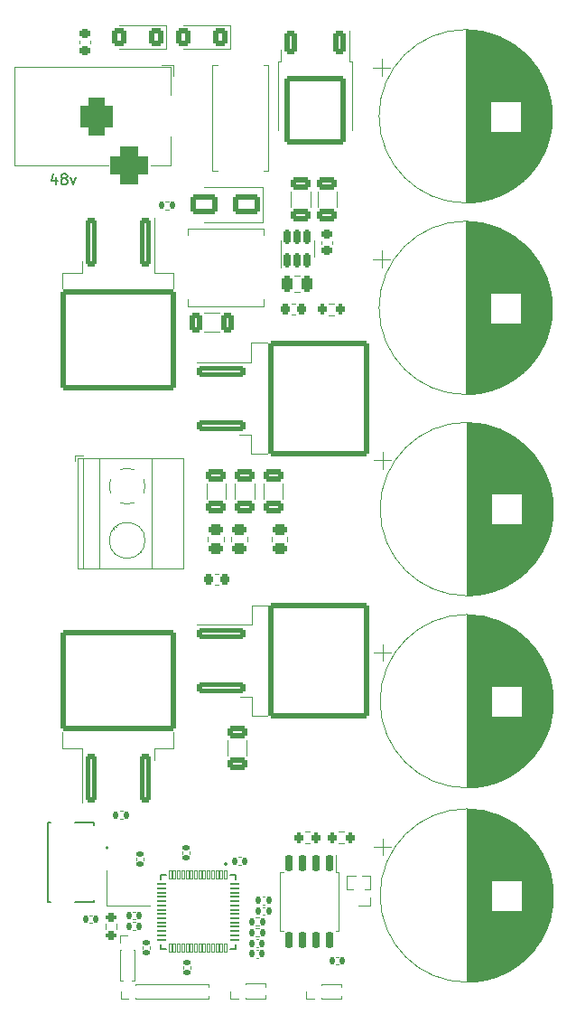
<source format=gto>
G04 #@! TF.GenerationSoftware,KiCad,Pcbnew,8.0.5*
G04 #@! TF.CreationDate,2024-12-11T09:51:45-08:00*
G04 #@! TF.ProjectId,OpenPEMF_Final,4f70656e-5045-44d4-965f-46696e616c2e,rev?*
G04 #@! TF.SameCoordinates,Original*
G04 #@! TF.FileFunction,Legend,Top*
G04 #@! TF.FilePolarity,Positive*
%FSLAX46Y46*%
G04 Gerber Fmt 4.6, Leading zero omitted, Abs format (unit mm)*
G04 Created by KiCad (PCBNEW 8.0.5) date 2024-12-11 09:51:45*
%MOMM*%
%LPD*%
G01*
G04 APERTURE LIST*
G04 Aperture macros list*
%AMRoundRect*
0 Rectangle with rounded corners*
0 $1 Rounding radius*
0 $2 $3 $4 $5 $6 $7 $8 $9 X,Y pos of 4 corners*
0 Add a 4 corners polygon primitive as box body*
4,1,4,$2,$3,$4,$5,$6,$7,$8,$9,$2,$3,0*
0 Add four circle primitives for the rounded corners*
1,1,$1+$1,$2,$3*
1,1,$1+$1,$4,$5*
1,1,$1+$1,$6,$7*
1,1,$1+$1,$8,$9*
0 Add four rect primitives between the rounded corners*
20,1,$1+$1,$2,$3,$4,$5,0*
20,1,$1+$1,$4,$5,$6,$7,0*
20,1,$1+$1,$6,$7,$8,$9,0*
20,1,$1+$1,$8,$9,$2,$3,0*%
G04 Aperture macros list end*
%ADD10C,0.150000*%
%ADD11C,0.120000*%
%ADD12C,0.127000*%
%ADD13C,0.200000*%
%ADD14C,0.000100*%
%ADD15RoundRect,0.140000X0.140000X0.170000X-0.140000X0.170000X-0.140000X-0.170000X0.140000X-0.170000X0*%
%ADD16RoundRect,0.150000X-0.150000X0.650000X-0.150000X-0.650000X0.150000X-0.650000X0.150000X0.650000X0*%
%ADD17R,2.400000X2.400000*%
%ADD18C,2.400000*%
%ADD19RoundRect,0.140000X-0.140000X-0.170000X0.140000X-0.170000X0.140000X0.170000X-0.140000X0.170000X0*%
%ADD20RoundRect,0.250000X0.250000X0.475000X-0.250000X0.475000X-0.250000X-0.475000X0.250000X-0.475000X0*%
%ADD21RoundRect,0.225000X-0.225000X-0.250000X0.225000X-0.250000X0.225000X0.250000X-0.225000X0.250000X0*%
%ADD22RoundRect,0.135000X0.135000X0.185000X-0.135000X0.185000X-0.135000X-0.185000X0.135000X-0.185000X0*%
%ADD23RoundRect,0.225000X-0.250000X0.225000X-0.250000X-0.225000X0.250000X-0.225000X0.250000X0.225000X0*%
%ADD24R,0.850000X0.850000*%
%ADD25O,0.850000X0.850000*%
%ADD26RoundRect,0.250000X-0.325000X-0.650000X0.325000X-0.650000X0.325000X0.650000X-0.325000X0.650000X0*%
%ADD27RoundRect,0.250000X0.300000X-2.050000X0.300000X2.050000X-0.300000X2.050000X-0.300000X-2.050000X0*%
%ADD28RoundRect,0.250002X5.149998X-4.449998X5.149998X4.449998X-5.149998X4.449998X-5.149998X-4.449998X0*%
%ADD29RoundRect,0.140000X-0.170000X0.140000X-0.170000X-0.140000X0.170000X-0.140000X0.170000X0.140000X0*%
%ADD30RoundRect,0.200000X-0.200000X-0.275000X0.200000X-0.275000X0.200000X0.275000X-0.200000X0.275000X0*%
%ADD31RoundRect,0.250000X-0.650000X0.325000X-0.650000X-0.325000X0.650000X-0.325000X0.650000X0.325000X0*%
%ADD32RoundRect,0.250000X0.650000X-0.325000X0.650000X0.325000X-0.650000X0.325000X-0.650000X-0.325000X0*%
%ADD33RoundRect,0.250000X0.400000X0.600000X-0.400000X0.600000X-0.400000X-0.600000X0.400000X-0.600000X0*%
%ADD34RoundRect,0.250000X-2.050000X-0.300000X2.050000X-0.300000X2.050000X0.300000X-2.050000X0.300000X0*%
%ADD35RoundRect,0.250002X-4.449998X-5.149998X4.449998X-5.149998X4.449998X5.149998X-4.449998X5.149998X0*%
%ADD36RoundRect,0.006000X-0.094000X0.414000X-0.094000X-0.414000X0.094000X-0.414000X0.094000X0.414000X0*%
%ADD37RoundRect,0.020000X-0.400000X0.080000X-0.400000X-0.080000X0.400000X-0.080000X0.400000X0.080000X0*%
%ADD38R,3.100000X3.100000*%
%ADD39R,1.430000X5.500000*%
%ADD40RoundRect,0.200000X0.275000X-0.200000X0.275000X0.200000X-0.275000X0.200000X-0.275000X-0.200000X0*%
%ADD41R,1.000000X1.000000*%
%ADD42O,1.000000X1.000000*%
%ADD43R,1.350000X0.400000*%
%ADD44O,0.650000X1.300000*%
%ADD45O,1.550000X0.775000*%
%ADD46R,1.550000X1.500000*%
%ADD47RoundRect,0.135000X-0.135000X-0.185000X0.135000X-0.185000X0.135000X0.185000X-0.135000X0.185000X0*%
%ADD48RoundRect,0.250000X-0.300000X2.050000X-0.300000X-2.050000X0.300000X-2.050000X0.300000X2.050000X0*%
%ADD49RoundRect,0.250002X-5.149998X4.449998X-5.149998X-4.449998X5.149998X-4.449998X5.149998X4.449998X0*%
%ADD50RoundRect,0.250000X-0.450000X0.262500X-0.450000X-0.262500X0.450000X-0.262500X0.450000X0.262500X0*%
%ADD51R,3.500000X3.500000*%
%ADD52RoundRect,0.750000X-0.750000X-1.000000X0.750000X-1.000000X0.750000X1.000000X-0.750000X1.000000X0*%
%ADD53RoundRect,0.875000X-0.875000X-0.875000X0.875000X-0.875000X0.875000X0.875000X-0.875000X0.875000X0*%
%ADD54RoundRect,0.140000X0.170000X-0.140000X0.170000X0.140000X-0.170000X0.140000X-0.170000X-0.140000X0*%
%ADD55R,1.400000X1.200000*%
%ADD56RoundRect,0.250000X-0.350000X0.850000X-0.350000X-0.850000X0.350000X-0.850000X0.350000X0.850000X0*%
%ADD57RoundRect,0.249997X-2.650003X2.950003X-2.650003X-2.950003X2.650003X-2.950003X2.650003X2.950003X0*%
%ADD58RoundRect,0.150000X0.150000X-0.512500X0.150000X0.512500X-0.150000X0.512500X-0.150000X-0.512500X0*%
%ADD59R,2.600000X2.600000*%
%ADD60C,2.600000*%
%ADD61RoundRect,0.250000X1.000000X0.650000X-1.000000X0.650000X-1.000000X-0.650000X1.000000X-0.650000X0*%
%ADD62R,3.810000X4.240000*%
G04 APERTURE END LIST*
D10*
X104835350Y-67330652D02*
X104835350Y-67997319D01*
X104597255Y-66949700D02*
X104359160Y-67663985D01*
X104359160Y-67663985D02*
X104978207Y-67663985D01*
X105502017Y-67425890D02*
X105406779Y-67378271D01*
X105406779Y-67378271D02*
X105359160Y-67330652D01*
X105359160Y-67330652D02*
X105311541Y-67235414D01*
X105311541Y-67235414D02*
X105311541Y-67187795D01*
X105311541Y-67187795D02*
X105359160Y-67092557D01*
X105359160Y-67092557D02*
X105406779Y-67044938D01*
X105406779Y-67044938D02*
X105502017Y-66997319D01*
X105502017Y-66997319D02*
X105692493Y-66997319D01*
X105692493Y-66997319D02*
X105787731Y-67044938D01*
X105787731Y-67044938D02*
X105835350Y-67092557D01*
X105835350Y-67092557D02*
X105882969Y-67187795D01*
X105882969Y-67187795D02*
X105882969Y-67235414D01*
X105882969Y-67235414D02*
X105835350Y-67330652D01*
X105835350Y-67330652D02*
X105787731Y-67378271D01*
X105787731Y-67378271D02*
X105692493Y-67425890D01*
X105692493Y-67425890D02*
X105502017Y-67425890D01*
X105502017Y-67425890D02*
X105406779Y-67473509D01*
X105406779Y-67473509D02*
X105359160Y-67521128D01*
X105359160Y-67521128D02*
X105311541Y-67616366D01*
X105311541Y-67616366D02*
X105311541Y-67806842D01*
X105311541Y-67806842D02*
X105359160Y-67902080D01*
X105359160Y-67902080D02*
X105406779Y-67949700D01*
X105406779Y-67949700D02*
X105502017Y-67997319D01*
X105502017Y-67997319D02*
X105692493Y-67997319D01*
X105692493Y-67997319D02*
X105787731Y-67949700D01*
X105787731Y-67949700D02*
X105835350Y-67902080D01*
X105835350Y-67902080D02*
X105882969Y-67806842D01*
X105882969Y-67806842D02*
X105882969Y-67616366D01*
X105882969Y-67616366D02*
X105835350Y-67521128D01*
X105835350Y-67521128D02*
X105787731Y-67473509D01*
X105787731Y-67473509D02*
X105692493Y-67425890D01*
X106216303Y-67330652D02*
X106454398Y-67997319D01*
X106454398Y-67997319D02*
X106692493Y-67330652D01*
D11*
X124392836Y-135705000D02*
X124177164Y-135705000D01*
X124392836Y-136425000D02*
X124177164Y-136425000D01*
X125860000Y-132440000D02*
X126120000Y-132440000D01*
X125860000Y-135165000D02*
X125860000Y-132440000D01*
X125860000Y-135165000D02*
X125860000Y-137890000D01*
X125860000Y-137890000D02*
X126120000Y-137890000D01*
X131050000Y-132440000D02*
X131050000Y-130765000D01*
X131310000Y-132440000D02*
X131050000Y-132440000D01*
X131310000Y-135165000D02*
X131310000Y-132440000D01*
X131310000Y-135165000D02*
X131310000Y-137890000D01*
X131310000Y-137890000D02*
X131050000Y-137890000D01*
X134547755Y-74995000D02*
X136147755Y-74995000D01*
X135347755Y-74195000D02*
X135347755Y-75795000D01*
X143237246Y-71469000D02*
X143237246Y-87631000D01*
X143277246Y-71470000D02*
X143277246Y-87630000D01*
X143317246Y-71470000D02*
X143317246Y-87630000D01*
X143357246Y-71470000D02*
X143357246Y-87630000D01*
X143397246Y-71471000D02*
X143397246Y-87629000D01*
X143437246Y-71472000D02*
X143437246Y-87628000D01*
X143477246Y-71473000D02*
X143477246Y-87627000D01*
X143517246Y-71474000D02*
X143517246Y-87626000D01*
X143557246Y-71476000D02*
X143557246Y-87624000D01*
X143597246Y-71477000D02*
X143597246Y-87623000D01*
X143637246Y-71479000D02*
X143637246Y-87621000D01*
X143677246Y-71481000D02*
X143677246Y-87619000D01*
X143717246Y-71484000D02*
X143717246Y-87616000D01*
X143757246Y-71486000D02*
X143757246Y-87614000D01*
X143797246Y-71489000D02*
X143797246Y-87611000D01*
X143837246Y-71492000D02*
X143837246Y-87608000D01*
X143877246Y-71495000D02*
X143877246Y-87605000D01*
X143917246Y-71498000D02*
X143917246Y-87602000D01*
X143958246Y-71501000D02*
X143958246Y-87599000D01*
X143998246Y-71505000D02*
X143998246Y-87595000D01*
X144038246Y-71509000D02*
X144038246Y-87591000D01*
X144078246Y-71513000D02*
X144078246Y-87587000D01*
X144118246Y-71517000D02*
X144118246Y-87583000D01*
X144158246Y-71522000D02*
X144158246Y-87578000D01*
X144198246Y-71526000D02*
X144198246Y-87574000D01*
X144238246Y-71531000D02*
X144238246Y-87569000D01*
X144278246Y-71536000D02*
X144278246Y-87564000D01*
X144318246Y-71542000D02*
X144318246Y-87558000D01*
X144358246Y-71547000D02*
X144358246Y-87553000D01*
X144398246Y-71553000D02*
X144398246Y-87547000D01*
X144438246Y-71559000D02*
X144438246Y-87541000D01*
X144478246Y-71565000D02*
X144478246Y-87535000D01*
X144518246Y-71571000D02*
X144518246Y-87529000D01*
X144558246Y-71578000D02*
X144558246Y-87522000D01*
X144598246Y-71584000D02*
X144598246Y-87516000D01*
X144638246Y-71591000D02*
X144638246Y-87509000D01*
X144678246Y-71598000D02*
X144678246Y-87502000D01*
X144718246Y-71606000D02*
X144718246Y-87494000D01*
X144758246Y-71613000D02*
X144758246Y-87487000D01*
X144798246Y-71621000D02*
X144798246Y-87479000D01*
X144838246Y-71629000D02*
X144838246Y-87471000D01*
X144878246Y-71637000D02*
X144878246Y-87463000D01*
X144918246Y-71645000D02*
X144918246Y-87455000D01*
X144958246Y-71654000D02*
X144958246Y-87446000D01*
X144998246Y-71663000D02*
X144998246Y-87437000D01*
X145038246Y-71672000D02*
X145038246Y-87428000D01*
X145078246Y-71681000D02*
X145078246Y-87419000D01*
X145118246Y-71690000D02*
X145118246Y-87410000D01*
X145158246Y-71700000D02*
X145158246Y-87400000D01*
X145198246Y-71710000D02*
X145198246Y-87390000D01*
X145238246Y-71720000D02*
X145238246Y-87380000D01*
X145278246Y-71730000D02*
X145278246Y-87370000D01*
X145318246Y-71740000D02*
X145318246Y-87360000D01*
X145358246Y-71751000D02*
X145358246Y-87349000D01*
X145398246Y-71762000D02*
X145398246Y-87338000D01*
X145438246Y-71773000D02*
X145438246Y-87327000D01*
X145478246Y-71785000D02*
X145478246Y-87315000D01*
X145518246Y-71796000D02*
X145518246Y-87304000D01*
X145558246Y-71808000D02*
X145558246Y-78110000D01*
X145558246Y-80990000D02*
X145558246Y-87292000D01*
X145598246Y-71820000D02*
X145598246Y-78110000D01*
X145598246Y-80990000D02*
X145598246Y-87280000D01*
X145638246Y-71832000D02*
X145638246Y-78110000D01*
X145638246Y-80990000D02*
X145638246Y-87268000D01*
X145678246Y-71845000D02*
X145678246Y-78110000D01*
X145678246Y-80990000D02*
X145678246Y-87255000D01*
X145718246Y-71857000D02*
X145718246Y-78110000D01*
X145718246Y-80990000D02*
X145718246Y-87243000D01*
X145758246Y-71870000D02*
X145758246Y-78110000D01*
X145758246Y-80990000D02*
X145758246Y-87230000D01*
X145798246Y-71884000D02*
X145798246Y-78110000D01*
X145798246Y-80990000D02*
X145798246Y-87216000D01*
X145838246Y-71897000D02*
X145838246Y-78110000D01*
X145838246Y-80990000D02*
X145838246Y-87203000D01*
X145878246Y-71911000D02*
X145878246Y-78110000D01*
X145878246Y-80990000D02*
X145878246Y-87189000D01*
X145918246Y-71925000D02*
X145918246Y-78110000D01*
X145918246Y-80990000D02*
X145918246Y-87175000D01*
X145958246Y-71939000D02*
X145958246Y-78110000D01*
X145958246Y-80990000D02*
X145958246Y-87161000D01*
X145998246Y-71953000D02*
X145998246Y-78110000D01*
X145998246Y-80990000D02*
X145998246Y-87147000D01*
X146038246Y-71968000D02*
X146038246Y-78110000D01*
X146038246Y-80990000D02*
X146038246Y-87132000D01*
X146078246Y-71982000D02*
X146078246Y-78110000D01*
X146078246Y-80990000D02*
X146078246Y-87118000D01*
X146118246Y-71997000D02*
X146118246Y-78110000D01*
X146118246Y-80990000D02*
X146118246Y-87103000D01*
X146158246Y-72013000D02*
X146158246Y-78110000D01*
X146158246Y-80990000D02*
X146158246Y-87087000D01*
X146198246Y-72028000D02*
X146198246Y-78110000D01*
X146198246Y-80990000D02*
X146198246Y-87072000D01*
X146238246Y-72044000D02*
X146238246Y-78110000D01*
X146238246Y-80990000D02*
X146238246Y-87056000D01*
X146278246Y-72060000D02*
X146278246Y-78110000D01*
X146278246Y-80990000D02*
X146278246Y-87040000D01*
X146318246Y-72076000D02*
X146318246Y-78110000D01*
X146318246Y-80990000D02*
X146318246Y-87024000D01*
X146358246Y-72093000D02*
X146358246Y-78110000D01*
X146358246Y-80990000D02*
X146358246Y-87007000D01*
X146398246Y-72110000D02*
X146398246Y-78110000D01*
X146398246Y-80990000D02*
X146398246Y-86990000D01*
X146438246Y-72127000D02*
X146438246Y-78110000D01*
X146438246Y-80990000D02*
X146438246Y-86973000D01*
X146478246Y-72144000D02*
X146478246Y-78110000D01*
X146478246Y-80990000D02*
X146478246Y-86956000D01*
X146518246Y-72161000D02*
X146518246Y-78110000D01*
X146518246Y-80990000D02*
X146518246Y-86939000D01*
X146558246Y-72179000D02*
X146558246Y-78110000D01*
X146558246Y-80990000D02*
X146558246Y-86921000D01*
X146598246Y-72197000D02*
X146598246Y-78110000D01*
X146598246Y-80990000D02*
X146598246Y-86903000D01*
X146638246Y-72216000D02*
X146638246Y-78110000D01*
X146638246Y-80990000D02*
X146638246Y-86884000D01*
X146678246Y-72234000D02*
X146678246Y-78110000D01*
X146678246Y-80990000D02*
X146678246Y-86866000D01*
X146718246Y-72253000D02*
X146718246Y-78110000D01*
X146718246Y-80990000D02*
X146718246Y-86847000D01*
X146758246Y-72272000D02*
X146758246Y-78110000D01*
X146758246Y-80990000D02*
X146758246Y-86828000D01*
X146798246Y-72292000D02*
X146798246Y-78110000D01*
X146798246Y-80990000D02*
X146798246Y-86808000D01*
X146838246Y-72311000D02*
X146838246Y-78110000D01*
X146838246Y-80990000D02*
X146838246Y-86789000D01*
X146878246Y-72331000D02*
X146878246Y-78110000D01*
X146878246Y-80990000D02*
X146878246Y-86769000D01*
X146918246Y-72351000D02*
X146918246Y-78110000D01*
X146918246Y-80990000D02*
X146918246Y-86749000D01*
X146958246Y-72372000D02*
X146958246Y-78110000D01*
X146958246Y-80990000D02*
X146958246Y-86728000D01*
X146998246Y-72393000D02*
X146998246Y-78110000D01*
X146998246Y-80990000D02*
X146998246Y-86707000D01*
X147038246Y-72414000D02*
X147038246Y-78110000D01*
X147038246Y-80990000D02*
X147038246Y-86686000D01*
X147078246Y-72435000D02*
X147078246Y-78110000D01*
X147078246Y-80990000D02*
X147078246Y-86665000D01*
X147118246Y-72456000D02*
X147118246Y-78110000D01*
X147118246Y-80990000D02*
X147118246Y-86644000D01*
X147158246Y-72478000D02*
X147158246Y-78110000D01*
X147158246Y-80990000D02*
X147158246Y-86622000D01*
X147198246Y-72501000D02*
X147198246Y-78110000D01*
X147198246Y-80990000D02*
X147198246Y-86599000D01*
X147238246Y-72523000D02*
X147238246Y-78110000D01*
X147238246Y-80990000D02*
X147238246Y-86577000D01*
X147278246Y-72546000D02*
X147278246Y-78110000D01*
X147278246Y-80990000D02*
X147278246Y-86554000D01*
X147318246Y-72569000D02*
X147318246Y-78110000D01*
X147318246Y-80990000D02*
X147318246Y-86531000D01*
X147358246Y-72592000D02*
X147358246Y-78110000D01*
X147358246Y-80990000D02*
X147358246Y-86508000D01*
X147398246Y-72616000D02*
X147398246Y-78110000D01*
X147398246Y-80990000D02*
X147398246Y-86484000D01*
X147438246Y-72640000D02*
X147438246Y-78110000D01*
X147438246Y-80990000D02*
X147438246Y-86460000D01*
X147478246Y-72664000D02*
X147478246Y-78110000D01*
X147478246Y-80990000D02*
X147478246Y-86436000D01*
X147518246Y-72689000D02*
X147518246Y-78110000D01*
X147518246Y-80990000D02*
X147518246Y-86411000D01*
X147558246Y-72714000D02*
X147558246Y-78110000D01*
X147558246Y-80990000D02*
X147558246Y-86386000D01*
X147598246Y-72739000D02*
X147598246Y-78110000D01*
X147598246Y-80990000D02*
X147598246Y-86361000D01*
X147638246Y-72765000D02*
X147638246Y-78110000D01*
X147638246Y-80990000D02*
X147638246Y-86335000D01*
X147678246Y-72791000D02*
X147678246Y-78110000D01*
X147678246Y-80990000D02*
X147678246Y-86309000D01*
X147718246Y-72817000D02*
X147718246Y-78110000D01*
X147718246Y-80990000D02*
X147718246Y-86283000D01*
X147758246Y-72844000D02*
X147758246Y-78110000D01*
X147758246Y-80990000D02*
X147758246Y-86256000D01*
X147798246Y-72871000D02*
X147798246Y-78110000D01*
X147798246Y-80990000D02*
X147798246Y-86229000D01*
X147838246Y-72898000D02*
X147838246Y-78110000D01*
X147838246Y-80990000D02*
X147838246Y-86202000D01*
X147878246Y-72926000D02*
X147878246Y-78110000D01*
X147878246Y-80990000D02*
X147878246Y-86174000D01*
X147918246Y-72954000D02*
X147918246Y-78110000D01*
X147918246Y-80990000D02*
X147918246Y-86146000D01*
X147958246Y-72982000D02*
X147958246Y-78110000D01*
X147958246Y-80990000D02*
X147958246Y-86118000D01*
X147998246Y-73011000D02*
X147998246Y-78110000D01*
X147998246Y-80990000D02*
X147998246Y-86089000D01*
X148038246Y-73040000D02*
X148038246Y-78110000D01*
X148038246Y-80990000D02*
X148038246Y-86060000D01*
X148078246Y-73070000D02*
X148078246Y-78110000D01*
X148078246Y-80990000D02*
X148078246Y-86030000D01*
X148118246Y-73100000D02*
X148118246Y-78110000D01*
X148118246Y-80990000D02*
X148118246Y-86000000D01*
X148158246Y-73130000D02*
X148158246Y-78110000D01*
X148158246Y-80990000D02*
X148158246Y-85970000D01*
X148198246Y-73160000D02*
X148198246Y-78110000D01*
X148198246Y-80990000D02*
X148198246Y-85940000D01*
X148238246Y-73192000D02*
X148238246Y-78110000D01*
X148238246Y-80990000D02*
X148238246Y-85908000D01*
X148278246Y-73223000D02*
X148278246Y-78110000D01*
X148278246Y-80990000D02*
X148278246Y-85877000D01*
X148318246Y-73255000D02*
X148318246Y-78110000D01*
X148318246Y-80990000D02*
X148318246Y-85845000D01*
X148358246Y-73287000D02*
X148358246Y-78110000D01*
X148358246Y-80990000D02*
X148358246Y-85813000D01*
X148398246Y-73320000D02*
X148398246Y-78110000D01*
X148398246Y-80990000D02*
X148398246Y-85780000D01*
X148438246Y-73353000D02*
X148438246Y-85747000D01*
X148478246Y-73387000D02*
X148478246Y-85713000D01*
X148518246Y-73421000D02*
X148518246Y-85679000D01*
X148558246Y-73455000D02*
X148558246Y-85645000D01*
X148598246Y-73490000D02*
X148598246Y-85610000D01*
X148638246Y-73525000D02*
X148638246Y-85575000D01*
X148678246Y-73561000D02*
X148678246Y-85539000D01*
X148718246Y-73598000D02*
X148718246Y-85502000D01*
X148758246Y-73634000D02*
X148758246Y-85466000D01*
X148798246Y-73672000D02*
X148798246Y-85428000D01*
X148838246Y-73710000D02*
X148838246Y-85390000D01*
X148878246Y-73748000D02*
X148878246Y-85352000D01*
X148918246Y-73787000D02*
X148918246Y-85313000D01*
X148958246Y-73826000D02*
X148958246Y-85274000D01*
X148998246Y-73866000D02*
X148998246Y-85234000D01*
X149038246Y-73907000D02*
X149038246Y-85193000D01*
X149078246Y-73948000D02*
X149078246Y-85152000D01*
X149118246Y-73990000D02*
X149118246Y-85110000D01*
X149158246Y-74032000D02*
X149158246Y-85068000D01*
X149198246Y-74075000D02*
X149198246Y-85025000D01*
X149238246Y-74118000D02*
X149238246Y-84982000D01*
X149278246Y-74162000D02*
X149278246Y-84938000D01*
X149318246Y-74207000D02*
X149318246Y-84893000D01*
X149358246Y-74253000D02*
X149358246Y-84847000D01*
X149398246Y-74299000D02*
X149398246Y-84801000D01*
X149438246Y-74346000D02*
X149438246Y-84754000D01*
X149478246Y-74394000D02*
X149478246Y-84706000D01*
X149518246Y-74442000D02*
X149518246Y-84658000D01*
X149558246Y-74491000D02*
X149558246Y-84609000D01*
X149598246Y-74541000D02*
X149598246Y-84559000D01*
X149638246Y-74592000D02*
X149638246Y-84508000D01*
X149678246Y-74644000D02*
X149678246Y-84456000D01*
X149718246Y-74696000D02*
X149718246Y-84404000D01*
X149758246Y-74750000D02*
X149758246Y-84350000D01*
X149798246Y-74804000D02*
X149798246Y-84296000D01*
X149838246Y-74859000D02*
X149838246Y-84241000D01*
X149878246Y-74916000D02*
X149878246Y-84184000D01*
X149918246Y-74973000D02*
X149918246Y-84127000D01*
X149958246Y-75031000D02*
X149958246Y-84069000D01*
X149998246Y-75091000D02*
X149998246Y-84009000D01*
X150038246Y-75152000D02*
X150038246Y-83948000D01*
X150078246Y-75214000D02*
X150078246Y-83886000D01*
X150118246Y-75277000D02*
X150118246Y-83823000D01*
X150158246Y-75341000D02*
X150158246Y-83759000D01*
X150198246Y-75407000D02*
X150198246Y-83693000D01*
X150238246Y-75474000D02*
X150238246Y-83626000D01*
X150278246Y-75543000D02*
X150278246Y-83557000D01*
X150318246Y-75614000D02*
X150318246Y-83486000D01*
X150358246Y-75686000D02*
X150358246Y-83414000D01*
X150398246Y-75760000D02*
X150398246Y-83340000D01*
X150438246Y-75835000D02*
X150438246Y-83265000D01*
X150478246Y-75913000D02*
X150478246Y-83187000D01*
X150518246Y-75993000D02*
X150518246Y-83107000D01*
X150558246Y-76075000D02*
X150558246Y-83025000D01*
X150598246Y-76160000D02*
X150598246Y-82940000D01*
X150638246Y-76247000D02*
X150638246Y-82853000D01*
X150678246Y-76337000D02*
X150678246Y-82763000D01*
X150718246Y-76430000D02*
X150718246Y-82670000D01*
X150758246Y-76526000D02*
X150758246Y-82574000D01*
X150798246Y-76626000D02*
X150798246Y-82474000D01*
X150838246Y-76730000D02*
X150838246Y-82370000D01*
X150878246Y-76839000D02*
X150878246Y-82261000D01*
X150918246Y-76953000D02*
X150918246Y-82147000D01*
X150958246Y-77072000D02*
X150958246Y-82028000D01*
X150998246Y-77199000D02*
X150998246Y-81901000D01*
X151038246Y-77332000D02*
X151038246Y-81768000D01*
X151078246Y-77476000D02*
X151078246Y-81624000D01*
X151118246Y-77630000D02*
X151118246Y-81470000D01*
X151158246Y-77798000D02*
X151158246Y-81302000D01*
X151198246Y-77986000D02*
X151198246Y-81114000D01*
X151238246Y-78199000D02*
X151238246Y-80901000D01*
X151278246Y-78452000D02*
X151278246Y-80648000D01*
X151318246Y-78785000D02*
X151318246Y-80315000D01*
X151357246Y-79550000D02*
G75*
G02*
X135117246Y-79550000I-8120000J0D01*
G01*
X135117246Y-79550000D02*
G75*
G02*
X151357246Y-79550000I8120000J0D01*
G01*
X112027164Y-137105000D02*
X112242836Y-137105000D01*
X112027164Y-137825000D02*
X112242836Y-137825000D01*
X127711252Y-76565000D02*
X127188748Y-76565000D01*
X127711252Y-78035000D02*
X127188748Y-78035000D01*
X126959420Y-79190000D02*
X127240580Y-79190000D01*
X126959420Y-80210000D02*
X127240580Y-80210000D01*
X111103641Y-126670000D02*
X110796359Y-126670000D01*
X111103641Y-127430000D02*
X110796359Y-127430000D01*
X106990000Y-54516920D02*
X106990000Y-54798080D01*
X108010000Y-54516920D02*
X108010000Y-54798080D01*
X123838641Y-137685000D02*
X123531359Y-137685000D01*
X123838641Y-138445000D02*
X123531359Y-138445000D01*
X121200000Y-144260000D02*
X121200000Y-143565000D01*
X121885000Y-144260000D02*
X121200000Y-144260000D01*
X122570000Y-142870000D02*
X124445000Y-142870000D01*
X122570000Y-142956724D02*
X122570000Y-142870000D01*
X122570000Y-144260000D02*
X122570000Y-144173276D01*
X122570000Y-144260000D02*
X124445000Y-144260000D01*
X124445000Y-143170507D02*
X124445000Y-142870000D01*
X124445000Y-144260000D02*
X124445000Y-143959493D01*
X118688748Y-79990000D02*
X120111252Y-79990000D01*
X118688748Y-81810000D02*
X120111252Y-81810000D01*
X123838641Y-136685000D02*
X123531359Y-136685000D01*
X123838641Y-137445000D02*
X123531359Y-137445000D01*
X110915000Y-144295000D02*
X110915000Y-143600000D01*
X111600000Y-144295000D02*
X110915000Y-144295000D01*
X112285000Y-142905000D02*
X119160000Y-142905000D01*
X112285000Y-142991724D02*
X112285000Y-142905000D01*
X112285000Y-144295000D02*
X112285000Y-144208276D01*
X112285000Y-144295000D02*
X119160000Y-144295000D01*
X119160000Y-143205507D02*
X119160000Y-142905000D01*
X119160000Y-144295000D02*
X119160000Y-143994493D01*
X105425000Y-119300000D02*
X105425000Y-120800000D01*
X105425000Y-120800000D02*
X107235000Y-120800000D01*
X107235000Y-120800000D02*
X107235000Y-125925000D01*
X114015000Y-120800000D02*
X114015000Y-121900000D01*
X115825000Y-119300000D02*
X115825000Y-120800000D01*
X115825000Y-120800000D02*
X114015000Y-120800000D01*
X116725000Y-141237164D02*
X116725000Y-141452836D01*
X117445000Y-141237164D02*
X117445000Y-141452836D01*
X131347742Y-128642500D02*
X131822258Y-128642500D01*
X131347742Y-129687500D02*
X131822258Y-129687500D01*
X121590000Y-95988748D02*
X121590000Y-97411252D01*
X123410000Y-95988748D02*
X123410000Y-97411252D01*
X129340000Y-70111252D02*
X129340000Y-68688748D01*
X131160000Y-70111252D02*
X131160000Y-68688748D01*
X110805000Y-138315000D02*
X111500000Y-138315000D01*
X110805000Y-139000000D02*
X110805000Y-138315000D01*
X110805000Y-139685000D02*
X110805000Y-142560000D01*
X110805000Y-139685000D02*
X110891724Y-139685000D01*
X110805000Y-142560000D02*
X111105507Y-142560000D01*
X111894493Y-142560000D02*
X112195000Y-142560000D01*
X112108276Y-139685000D02*
X112195000Y-139685000D01*
X112195000Y-139685000D02*
X112195000Y-142560000D01*
X110750000Y-55267500D02*
X115160000Y-55267500D01*
X115160000Y-53047500D02*
X110750000Y-53047500D01*
X115160000Y-55267500D02*
X115160000Y-53047500D01*
X129740000Y-73284420D02*
X129740000Y-73565580D01*
X130760000Y-73284420D02*
X130760000Y-73565580D01*
X116750000Y-55267500D02*
X121160000Y-55267500D01*
X121160000Y-53047500D02*
X116750000Y-53047500D01*
X121160000Y-55267500D02*
X121160000Y-53047500D01*
X122172836Y-131005000D02*
X121957164Y-131005000D01*
X122172836Y-131725000D02*
X121957164Y-131725000D01*
X134647755Y-111845000D02*
X136247755Y-111845000D01*
X135447755Y-111045000D02*
X135447755Y-112645000D01*
X143337246Y-108319000D02*
X143337246Y-124481000D01*
X143377246Y-108320000D02*
X143377246Y-124480000D01*
X143417246Y-108320000D02*
X143417246Y-124480000D01*
X143457246Y-108320000D02*
X143457246Y-124480000D01*
X143497246Y-108321000D02*
X143497246Y-124479000D01*
X143537246Y-108322000D02*
X143537246Y-124478000D01*
X143577246Y-108323000D02*
X143577246Y-124477000D01*
X143617246Y-108324000D02*
X143617246Y-124476000D01*
X143657246Y-108326000D02*
X143657246Y-124474000D01*
X143697246Y-108327000D02*
X143697246Y-124473000D01*
X143737246Y-108329000D02*
X143737246Y-124471000D01*
X143777246Y-108331000D02*
X143777246Y-124469000D01*
X143817246Y-108334000D02*
X143817246Y-124466000D01*
X143857246Y-108336000D02*
X143857246Y-124464000D01*
X143897246Y-108339000D02*
X143897246Y-124461000D01*
X143937246Y-108342000D02*
X143937246Y-124458000D01*
X143977246Y-108345000D02*
X143977246Y-124455000D01*
X144017246Y-108348000D02*
X144017246Y-124452000D01*
X144058246Y-108351000D02*
X144058246Y-124449000D01*
X144098246Y-108355000D02*
X144098246Y-124445000D01*
X144138246Y-108359000D02*
X144138246Y-124441000D01*
X144178246Y-108363000D02*
X144178246Y-124437000D01*
X144218246Y-108367000D02*
X144218246Y-124433000D01*
X144258246Y-108372000D02*
X144258246Y-124428000D01*
X144298246Y-108376000D02*
X144298246Y-124424000D01*
X144338246Y-108381000D02*
X144338246Y-124419000D01*
X144378246Y-108386000D02*
X144378246Y-124414000D01*
X144418246Y-108392000D02*
X144418246Y-124408000D01*
X144458246Y-108397000D02*
X144458246Y-124403000D01*
X144498246Y-108403000D02*
X144498246Y-124397000D01*
X144538246Y-108409000D02*
X144538246Y-124391000D01*
X144578246Y-108415000D02*
X144578246Y-124385000D01*
X144618246Y-108421000D02*
X144618246Y-124379000D01*
X144658246Y-108428000D02*
X144658246Y-124372000D01*
X144698246Y-108434000D02*
X144698246Y-124366000D01*
X144738246Y-108441000D02*
X144738246Y-124359000D01*
X144778246Y-108448000D02*
X144778246Y-124352000D01*
X144818246Y-108456000D02*
X144818246Y-124344000D01*
X144858246Y-108463000D02*
X144858246Y-124337000D01*
X144898246Y-108471000D02*
X144898246Y-124329000D01*
X144938246Y-108479000D02*
X144938246Y-124321000D01*
X144978246Y-108487000D02*
X144978246Y-124313000D01*
X145018246Y-108495000D02*
X145018246Y-124305000D01*
X145058246Y-108504000D02*
X145058246Y-124296000D01*
X145098246Y-108513000D02*
X145098246Y-124287000D01*
X145138246Y-108522000D02*
X145138246Y-124278000D01*
X145178246Y-108531000D02*
X145178246Y-124269000D01*
X145218246Y-108540000D02*
X145218246Y-124260000D01*
X145258246Y-108550000D02*
X145258246Y-124250000D01*
X145298246Y-108560000D02*
X145298246Y-124240000D01*
X145338246Y-108570000D02*
X145338246Y-124230000D01*
X145378246Y-108580000D02*
X145378246Y-124220000D01*
X145418246Y-108590000D02*
X145418246Y-124210000D01*
X145458246Y-108601000D02*
X145458246Y-124199000D01*
X145498246Y-108612000D02*
X145498246Y-124188000D01*
X145538246Y-108623000D02*
X145538246Y-124177000D01*
X145578246Y-108635000D02*
X145578246Y-124165000D01*
X145618246Y-108646000D02*
X145618246Y-124154000D01*
X145658246Y-108658000D02*
X145658246Y-114960000D01*
X145658246Y-117840000D02*
X145658246Y-124142000D01*
X145698246Y-108670000D02*
X145698246Y-114960000D01*
X145698246Y-117840000D02*
X145698246Y-124130000D01*
X145738246Y-108682000D02*
X145738246Y-114960000D01*
X145738246Y-117840000D02*
X145738246Y-124118000D01*
X145778246Y-108695000D02*
X145778246Y-114960000D01*
X145778246Y-117840000D02*
X145778246Y-124105000D01*
X145818246Y-108707000D02*
X145818246Y-114960000D01*
X145818246Y-117840000D02*
X145818246Y-124093000D01*
X145858246Y-108720000D02*
X145858246Y-114960000D01*
X145858246Y-117840000D02*
X145858246Y-124080000D01*
X145898246Y-108734000D02*
X145898246Y-114960000D01*
X145898246Y-117840000D02*
X145898246Y-124066000D01*
X145938246Y-108747000D02*
X145938246Y-114960000D01*
X145938246Y-117840000D02*
X145938246Y-124053000D01*
X145978246Y-108761000D02*
X145978246Y-114960000D01*
X145978246Y-117840000D02*
X145978246Y-124039000D01*
X146018246Y-108775000D02*
X146018246Y-114960000D01*
X146018246Y-117840000D02*
X146018246Y-124025000D01*
X146058246Y-108789000D02*
X146058246Y-114960000D01*
X146058246Y-117840000D02*
X146058246Y-124011000D01*
X146098246Y-108803000D02*
X146098246Y-114960000D01*
X146098246Y-117840000D02*
X146098246Y-123997000D01*
X146138246Y-108818000D02*
X146138246Y-114960000D01*
X146138246Y-117840000D02*
X146138246Y-123982000D01*
X146178246Y-108832000D02*
X146178246Y-114960000D01*
X146178246Y-117840000D02*
X146178246Y-123968000D01*
X146218246Y-108847000D02*
X146218246Y-114960000D01*
X146218246Y-117840000D02*
X146218246Y-123953000D01*
X146258246Y-108863000D02*
X146258246Y-114960000D01*
X146258246Y-117840000D02*
X146258246Y-123937000D01*
X146298246Y-108878000D02*
X146298246Y-114960000D01*
X146298246Y-117840000D02*
X146298246Y-123922000D01*
X146338246Y-108894000D02*
X146338246Y-114960000D01*
X146338246Y-117840000D02*
X146338246Y-123906000D01*
X146378246Y-108910000D02*
X146378246Y-114960000D01*
X146378246Y-117840000D02*
X146378246Y-123890000D01*
X146418246Y-108926000D02*
X146418246Y-114960000D01*
X146418246Y-117840000D02*
X146418246Y-123874000D01*
X146458246Y-108943000D02*
X146458246Y-114960000D01*
X146458246Y-117840000D02*
X146458246Y-123857000D01*
X146498246Y-108960000D02*
X146498246Y-114960000D01*
X146498246Y-117840000D02*
X146498246Y-123840000D01*
X146538246Y-108977000D02*
X146538246Y-114960000D01*
X146538246Y-117840000D02*
X146538246Y-123823000D01*
X146578246Y-108994000D02*
X146578246Y-114960000D01*
X146578246Y-117840000D02*
X146578246Y-123806000D01*
X146618246Y-109011000D02*
X146618246Y-114960000D01*
X146618246Y-117840000D02*
X146618246Y-123789000D01*
X146658246Y-109029000D02*
X146658246Y-114960000D01*
X146658246Y-117840000D02*
X146658246Y-123771000D01*
X146698246Y-109047000D02*
X146698246Y-114960000D01*
X146698246Y-117840000D02*
X146698246Y-123753000D01*
X146738246Y-109066000D02*
X146738246Y-114960000D01*
X146738246Y-117840000D02*
X146738246Y-123734000D01*
X146778246Y-109084000D02*
X146778246Y-114960000D01*
X146778246Y-117840000D02*
X146778246Y-123716000D01*
X146818246Y-109103000D02*
X146818246Y-114960000D01*
X146818246Y-117840000D02*
X146818246Y-123697000D01*
X146858246Y-109122000D02*
X146858246Y-114960000D01*
X146858246Y-117840000D02*
X146858246Y-123678000D01*
X146898246Y-109142000D02*
X146898246Y-114960000D01*
X146898246Y-117840000D02*
X146898246Y-123658000D01*
X146938246Y-109161000D02*
X146938246Y-114960000D01*
X146938246Y-117840000D02*
X146938246Y-123639000D01*
X146978246Y-109181000D02*
X146978246Y-114960000D01*
X146978246Y-117840000D02*
X146978246Y-123619000D01*
X147018246Y-109201000D02*
X147018246Y-114960000D01*
X147018246Y-117840000D02*
X147018246Y-123599000D01*
X147058246Y-109222000D02*
X147058246Y-114960000D01*
X147058246Y-117840000D02*
X147058246Y-123578000D01*
X147098246Y-109243000D02*
X147098246Y-114960000D01*
X147098246Y-117840000D02*
X147098246Y-123557000D01*
X147138246Y-109264000D02*
X147138246Y-114960000D01*
X147138246Y-117840000D02*
X147138246Y-123536000D01*
X147178246Y-109285000D02*
X147178246Y-114960000D01*
X147178246Y-117840000D02*
X147178246Y-123515000D01*
X147218246Y-109306000D02*
X147218246Y-114960000D01*
X147218246Y-117840000D02*
X147218246Y-123494000D01*
X147258246Y-109328000D02*
X147258246Y-114960000D01*
X147258246Y-117840000D02*
X147258246Y-123472000D01*
X147298246Y-109351000D02*
X147298246Y-114960000D01*
X147298246Y-117840000D02*
X147298246Y-123449000D01*
X147338246Y-109373000D02*
X147338246Y-114960000D01*
X147338246Y-117840000D02*
X147338246Y-123427000D01*
X147378246Y-109396000D02*
X147378246Y-114960000D01*
X147378246Y-117840000D02*
X147378246Y-123404000D01*
X147418246Y-109419000D02*
X147418246Y-114960000D01*
X147418246Y-117840000D02*
X147418246Y-123381000D01*
X147458246Y-109442000D02*
X147458246Y-114960000D01*
X147458246Y-117840000D02*
X147458246Y-123358000D01*
X147498246Y-109466000D02*
X147498246Y-114960000D01*
X147498246Y-117840000D02*
X147498246Y-123334000D01*
X147538246Y-109490000D02*
X147538246Y-114960000D01*
X147538246Y-117840000D02*
X147538246Y-123310000D01*
X147578246Y-109514000D02*
X147578246Y-114960000D01*
X147578246Y-117840000D02*
X147578246Y-123286000D01*
X147618246Y-109539000D02*
X147618246Y-114960000D01*
X147618246Y-117840000D02*
X147618246Y-123261000D01*
X147658246Y-109564000D02*
X147658246Y-114960000D01*
X147658246Y-117840000D02*
X147658246Y-123236000D01*
X147698246Y-109589000D02*
X147698246Y-114960000D01*
X147698246Y-117840000D02*
X147698246Y-123211000D01*
X147738246Y-109615000D02*
X147738246Y-114960000D01*
X147738246Y-117840000D02*
X147738246Y-123185000D01*
X147778246Y-109641000D02*
X147778246Y-114960000D01*
X147778246Y-117840000D02*
X147778246Y-123159000D01*
X147818246Y-109667000D02*
X147818246Y-114960000D01*
X147818246Y-117840000D02*
X147818246Y-123133000D01*
X147858246Y-109694000D02*
X147858246Y-114960000D01*
X147858246Y-117840000D02*
X147858246Y-123106000D01*
X147898246Y-109721000D02*
X147898246Y-114960000D01*
X147898246Y-117840000D02*
X147898246Y-123079000D01*
X147938246Y-109748000D02*
X147938246Y-114960000D01*
X147938246Y-117840000D02*
X147938246Y-123052000D01*
X147978246Y-109776000D02*
X147978246Y-114960000D01*
X147978246Y-117840000D02*
X147978246Y-123024000D01*
X148018246Y-109804000D02*
X148018246Y-114960000D01*
X148018246Y-117840000D02*
X148018246Y-122996000D01*
X148058246Y-109832000D02*
X148058246Y-114960000D01*
X148058246Y-117840000D02*
X148058246Y-122968000D01*
X148098246Y-109861000D02*
X148098246Y-114960000D01*
X148098246Y-117840000D02*
X148098246Y-122939000D01*
X148138246Y-109890000D02*
X148138246Y-114960000D01*
X148138246Y-117840000D02*
X148138246Y-122910000D01*
X148178246Y-109920000D02*
X148178246Y-114960000D01*
X148178246Y-117840000D02*
X148178246Y-122880000D01*
X148218246Y-109950000D02*
X148218246Y-114960000D01*
X148218246Y-117840000D02*
X148218246Y-122850000D01*
X148258246Y-109980000D02*
X148258246Y-114960000D01*
X148258246Y-117840000D02*
X148258246Y-122820000D01*
X148298246Y-110010000D02*
X148298246Y-114960000D01*
X148298246Y-117840000D02*
X148298246Y-122790000D01*
X148338246Y-110042000D02*
X148338246Y-114960000D01*
X148338246Y-117840000D02*
X148338246Y-122758000D01*
X148378246Y-110073000D02*
X148378246Y-114960000D01*
X148378246Y-117840000D02*
X148378246Y-122727000D01*
X148418246Y-110105000D02*
X148418246Y-114960000D01*
X148418246Y-117840000D02*
X148418246Y-122695000D01*
X148458246Y-110137000D02*
X148458246Y-114960000D01*
X148458246Y-117840000D02*
X148458246Y-122663000D01*
X148498246Y-110170000D02*
X148498246Y-114960000D01*
X148498246Y-117840000D02*
X148498246Y-122630000D01*
X148538246Y-110203000D02*
X148538246Y-122597000D01*
X148578246Y-110237000D02*
X148578246Y-122563000D01*
X148618246Y-110271000D02*
X148618246Y-122529000D01*
X148658246Y-110305000D02*
X148658246Y-122495000D01*
X148698246Y-110340000D02*
X148698246Y-122460000D01*
X148738246Y-110375000D02*
X148738246Y-122425000D01*
X148778246Y-110411000D02*
X148778246Y-122389000D01*
X148818246Y-110448000D02*
X148818246Y-122352000D01*
X148858246Y-110484000D02*
X148858246Y-122316000D01*
X148898246Y-110522000D02*
X148898246Y-122278000D01*
X148938246Y-110560000D02*
X148938246Y-122240000D01*
X148978246Y-110598000D02*
X148978246Y-122202000D01*
X149018246Y-110637000D02*
X149018246Y-122163000D01*
X149058246Y-110676000D02*
X149058246Y-122124000D01*
X149098246Y-110716000D02*
X149098246Y-122084000D01*
X149138246Y-110757000D02*
X149138246Y-122043000D01*
X149178246Y-110798000D02*
X149178246Y-122002000D01*
X149218246Y-110840000D02*
X149218246Y-121960000D01*
X149258246Y-110882000D02*
X149258246Y-121918000D01*
X149298246Y-110925000D02*
X149298246Y-121875000D01*
X149338246Y-110968000D02*
X149338246Y-121832000D01*
X149378246Y-111012000D02*
X149378246Y-121788000D01*
X149418246Y-111057000D02*
X149418246Y-121743000D01*
X149458246Y-111103000D02*
X149458246Y-121697000D01*
X149498246Y-111149000D02*
X149498246Y-121651000D01*
X149538246Y-111196000D02*
X149538246Y-121604000D01*
X149578246Y-111244000D02*
X149578246Y-121556000D01*
X149618246Y-111292000D02*
X149618246Y-121508000D01*
X149658246Y-111341000D02*
X149658246Y-121459000D01*
X149698246Y-111391000D02*
X149698246Y-121409000D01*
X149738246Y-111442000D02*
X149738246Y-121358000D01*
X149778246Y-111494000D02*
X149778246Y-121306000D01*
X149818246Y-111546000D02*
X149818246Y-121254000D01*
X149858246Y-111600000D02*
X149858246Y-121200000D01*
X149898246Y-111654000D02*
X149898246Y-121146000D01*
X149938246Y-111709000D02*
X149938246Y-121091000D01*
X149978246Y-111766000D02*
X149978246Y-121034000D01*
X150018246Y-111823000D02*
X150018246Y-120977000D01*
X150058246Y-111881000D02*
X150058246Y-120919000D01*
X150098246Y-111941000D02*
X150098246Y-120859000D01*
X150138246Y-112002000D02*
X150138246Y-120798000D01*
X150178246Y-112064000D02*
X150178246Y-120736000D01*
X150218246Y-112127000D02*
X150218246Y-120673000D01*
X150258246Y-112191000D02*
X150258246Y-120609000D01*
X150298246Y-112257000D02*
X150298246Y-120543000D01*
X150338246Y-112324000D02*
X150338246Y-120476000D01*
X150378246Y-112393000D02*
X150378246Y-120407000D01*
X150418246Y-112464000D02*
X150418246Y-120336000D01*
X150458246Y-112536000D02*
X150458246Y-120264000D01*
X150498246Y-112610000D02*
X150498246Y-120190000D01*
X150538246Y-112685000D02*
X150538246Y-120115000D01*
X150578246Y-112763000D02*
X150578246Y-120037000D01*
X150618246Y-112843000D02*
X150618246Y-119957000D01*
X150658246Y-112925000D02*
X150658246Y-119875000D01*
X150698246Y-113010000D02*
X150698246Y-119790000D01*
X150738246Y-113097000D02*
X150738246Y-119703000D01*
X150778246Y-113187000D02*
X150778246Y-119613000D01*
X150818246Y-113280000D02*
X150818246Y-119520000D01*
X150858246Y-113376000D02*
X150858246Y-119424000D01*
X150898246Y-113476000D02*
X150898246Y-119324000D01*
X150938246Y-113580000D02*
X150938246Y-119220000D01*
X150978246Y-113689000D02*
X150978246Y-119111000D01*
X151018246Y-113803000D02*
X151018246Y-118997000D01*
X151058246Y-113922000D02*
X151058246Y-118878000D01*
X151098246Y-114049000D02*
X151098246Y-118751000D01*
X151138246Y-114182000D02*
X151138246Y-118618000D01*
X151178246Y-114326000D02*
X151178246Y-118474000D01*
X151218246Y-114480000D02*
X151218246Y-118320000D01*
X151258246Y-114648000D02*
X151258246Y-118152000D01*
X151298246Y-114836000D02*
X151298246Y-117964000D01*
X151338246Y-115049000D02*
X151338246Y-117751000D01*
X151378246Y-115302000D02*
X151378246Y-117498000D01*
X151418246Y-115635000D02*
X151418246Y-117165000D01*
X151457246Y-116400000D02*
G75*
G02*
X135217246Y-116400000I-8120000J0D01*
G01*
X135217246Y-116400000D02*
G75*
G02*
X151457246Y-116400000I8120000J0D01*
G01*
X123175000Y-107400000D02*
X123175000Y-109210000D01*
X123175000Y-109210000D02*
X118050000Y-109210000D01*
X123175000Y-115990000D02*
X122075000Y-115990000D01*
X123175000Y-117800000D02*
X123175000Y-115990000D01*
X124675000Y-107400000D02*
X123175000Y-107400000D01*
X124675000Y-117800000D02*
X123175000Y-117800000D01*
X120890000Y-120038748D02*
X120890000Y-121461252D01*
X122710000Y-120038748D02*
X122710000Y-121461252D01*
X131292836Y-140355000D02*
X131077164Y-140355000D01*
X131292836Y-141075000D02*
X131077164Y-141075000D01*
X118940000Y-96013748D02*
X118940000Y-97436252D01*
X120760000Y-96013748D02*
X120760000Y-97436252D01*
X124290000Y-96013748D02*
X124290000Y-97436252D01*
X126110000Y-96013748D02*
X126110000Y-97436252D01*
X123792836Y-138705000D02*
X123577164Y-138705000D01*
X123792836Y-139425000D02*
X123577164Y-139425000D01*
D12*
X114645000Y-132630000D02*
X114645000Y-133110000D01*
X114645000Y-132630000D02*
X115125000Y-132630000D01*
X114645000Y-139630000D02*
X114645000Y-139150000D01*
X114645000Y-139630000D02*
X115125000Y-139630000D01*
X121645000Y-132630000D02*
X121165000Y-132630000D01*
X121645000Y-132630000D02*
X121645000Y-133110000D01*
X121645000Y-139630000D02*
X121165000Y-139630000D01*
X121645000Y-139630000D02*
X121645000Y-139150000D01*
D13*
X120845000Y-131655000D02*
G75*
G02*
X120645000Y-131655000I-100000J0D01*
G01*
X120645000Y-131655000D02*
G75*
G02*
X120845000Y-131655000I100000J0D01*
G01*
D11*
X117185000Y-72110000D02*
X117185000Y-72740000D01*
X117185000Y-79390000D02*
X117185000Y-78760000D01*
X124265000Y-72110000D02*
X117185000Y-72110000D01*
X124265000Y-72110000D02*
X124265000Y-72740000D01*
X124265000Y-79390000D02*
X117185000Y-79390000D01*
X124265000Y-79390000D02*
X124265000Y-78760000D01*
X134547755Y-57045000D02*
X136147755Y-57045000D01*
X135347755Y-56245000D02*
X135347755Y-57845000D01*
X143237246Y-53519000D02*
X143237246Y-69681000D01*
X143277246Y-53520000D02*
X143277246Y-69680000D01*
X143317246Y-53520000D02*
X143317246Y-69680000D01*
X143357246Y-53520000D02*
X143357246Y-69680000D01*
X143397246Y-53521000D02*
X143397246Y-69679000D01*
X143437246Y-53522000D02*
X143437246Y-69678000D01*
X143477246Y-53523000D02*
X143477246Y-69677000D01*
X143517246Y-53524000D02*
X143517246Y-69676000D01*
X143557246Y-53526000D02*
X143557246Y-69674000D01*
X143597246Y-53527000D02*
X143597246Y-69673000D01*
X143637246Y-53529000D02*
X143637246Y-69671000D01*
X143677246Y-53531000D02*
X143677246Y-69669000D01*
X143717246Y-53534000D02*
X143717246Y-69666000D01*
X143757246Y-53536000D02*
X143757246Y-69664000D01*
X143797246Y-53539000D02*
X143797246Y-69661000D01*
X143837246Y-53542000D02*
X143837246Y-69658000D01*
X143877246Y-53545000D02*
X143877246Y-69655000D01*
X143917246Y-53548000D02*
X143917246Y-69652000D01*
X143958246Y-53551000D02*
X143958246Y-69649000D01*
X143998246Y-53555000D02*
X143998246Y-69645000D01*
X144038246Y-53559000D02*
X144038246Y-69641000D01*
X144078246Y-53563000D02*
X144078246Y-69637000D01*
X144118246Y-53567000D02*
X144118246Y-69633000D01*
X144158246Y-53572000D02*
X144158246Y-69628000D01*
X144198246Y-53576000D02*
X144198246Y-69624000D01*
X144238246Y-53581000D02*
X144238246Y-69619000D01*
X144278246Y-53586000D02*
X144278246Y-69614000D01*
X144318246Y-53592000D02*
X144318246Y-69608000D01*
X144358246Y-53597000D02*
X144358246Y-69603000D01*
X144398246Y-53603000D02*
X144398246Y-69597000D01*
X144438246Y-53609000D02*
X144438246Y-69591000D01*
X144478246Y-53615000D02*
X144478246Y-69585000D01*
X144518246Y-53621000D02*
X144518246Y-69579000D01*
X144558246Y-53628000D02*
X144558246Y-69572000D01*
X144598246Y-53634000D02*
X144598246Y-69566000D01*
X144638246Y-53641000D02*
X144638246Y-69559000D01*
X144678246Y-53648000D02*
X144678246Y-69552000D01*
X144718246Y-53656000D02*
X144718246Y-69544000D01*
X144758246Y-53663000D02*
X144758246Y-69537000D01*
X144798246Y-53671000D02*
X144798246Y-69529000D01*
X144838246Y-53679000D02*
X144838246Y-69521000D01*
X144878246Y-53687000D02*
X144878246Y-69513000D01*
X144918246Y-53695000D02*
X144918246Y-69505000D01*
X144958246Y-53704000D02*
X144958246Y-69496000D01*
X144998246Y-53713000D02*
X144998246Y-69487000D01*
X145038246Y-53722000D02*
X145038246Y-69478000D01*
X145078246Y-53731000D02*
X145078246Y-69469000D01*
X145118246Y-53740000D02*
X145118246Y-69460000D01*
X145158246Y-53750000D02*
X145158246Y-69450000D01*
X145198246Y-53760000D02*
X145198246Y-69440000D01*
X145238246Y-53770000D02*
X145238246Y-69430000D01*
X145278246Y-53780000D02*
X145278246Y-69420000D01*
X145318246Y-53790000D02*
X145318246Y-69410000D01*
X145358246Y-53801000D02*
X145358246Y-69399000D01*
X145398246Y-53812000D02*
X145398246Y-69388000D01*
X145438246Y-53823000D02*
X145438246Y-69377000D01*
X145478246Y-53835000D02*
X145478246Y-69365000D01*
X145518246Y-53846000D02*
X145518246Y-69354000D01*
X145558246Y-53858000D02*
X145558246Y-60160000D01*
X145558246Y-63040000D02*
X145558246Y-69342000D01*
X145598246Y-53870000D02*
X145598246Y-60160000D01*
X145598246Y-63040000D02*
X145598246Y-69330000D01*
X145638246Y-53882000D02*
X145638246Y-60160000D01*
X145638246Y-63040000D02*
X145638246Y-69318000D01*
X145678246Y-53895000D02*
X145678246Y-60160000D01*
X145678246Y-63040000D02*
X145678246Y-69305000D01*
X145718246Y-53907000D02*
X145718246Y-60160000D01*
X145718246Y-63040000D02*
X145718246Y-69293000D01*
X145758246Y-53920000D02*
X145758246Y-60160000D01*
X145758246Y-63040000D02*
X145758246Y-69280000D01*
X145798246Y-53934000D02*
X145798246Y-60160000D01*
X145798246Y-63040000D02*
X145798246Y-69266000D01*
X145838246Y-53947000D02*
X145838246Y-60160000D01*
X145838246Y-63040000D02*
X145838246Y-69253000D01*
X145878246Y-53961000D02*
X145878246Y-60160000D01*
X145878246Y-63040000D02*
X145878246Y-69239000D01*
X145918246Y-53975000D02*
X145918246Y-60160000D01*
X145918246Y-63040000D02*
X145918246Y-69225000D01*
X145958246Y-53989000D02*
X145958246Y-60160000D01*
X145958246Y-63040000D02*
X145958246Y-69211000D01*
X145998246Y-54003000D02*
X145998246Y-60160000D01*
X145998246Y-63040000D02*
X145998246Y-69197000D01*
X146038246Y-54018000D02*
X146038246Y-60160000D01*
X146038246Y-63040000D02*
X146038246Y-69182000D01*
X146078246Y-54032000D02*
X146078246Y-60160000D01*
X146078246Y-63040000D02*
X146078246Y-69168000D01*
X146118246Y-54047000D02*
X146118246Y-60160000D01*
X146118246Y-63040000D02*
X146118246Y-69153000D01*
X146158246Y-54063000D02*
X146158246Y-60160000D01*
X146158246Y-63040000D02*
X146158246Y-69137000D01*
X146198246Y-54078000D02*
X146198246Y-60160000D01*
X146198246Y-63040000D02*
X146198246Y-69122000D01*
X146238246Y-54094000D02*
X146238246Y-60160000D01*
X146238246Y-63040000D02*
X146238246Y-69106000D01*
X146278246Y-54110000D02*
X146278246Y-60160000D01*
X146278246Y-63040000D02*
X146278246Y-69090000D01*
X146318246Y-54126000D02*
X146318246Y-60160000D01*
X146318246Y-63040000D02*
X146318246Y-69074000D01*
X146358246Y-54143000D02*
X146358246Y-60160000D01*
X146358246Y-63040000D02*
X146358246Y-69057000D01*
X146398246Y-54160000D02*
X146398246Y-60160000D01*
X146398246Y-63040000D02*
X146398246Y-69040000D01*
X146438246Y-54177000D02*
X146438246Y-60160000D01*
X146438246Y-63040000D02*
X146438246Y-69023000D01*
X146478246Y-54194000D02*
X146478246Y-60160000D01*
X146478246Y-63040000D02*
X146478246Y-69006000D01*
X146518246Y-54211000D02*
X146518246Y-60160000D01*
X146518246Y-63040000D02*
X146518246Y-68989000D01*
X146558246Y-54229000D02*
X146558246Y-60160000D01*
X146558246Y-63040000D02*
X146558246Y-68971000D01*
X146598246Y-54247000D02*
X146598246Y-60160000D01*
X146598246Y-63040000D02*
X146598246Y-68953000D01*
X146638246Y-54266000D02*
X146638246Y-60160000D01*
X146638246Y-63040000D02*
X146638246Y-68934000D01*
X146678246Y-54284000D02*
X146678246Y-60160000D01*
X146678246Y-63040000D02*
X146678246Y-68916000D01*
X146718246Y-54303000D02*
X146718246Y-60160000D01*
X146718246Y-63040000D02*
X146718246Y-68897000D01*
X146758246Y-54322000D02*
X146758246Y-60160000D01*
X146758246Y-63040000D02*
X146758246Y-68878000D01*
X146798246Y-54342000D02*
X146798246Y-60160000D01*
X146798246Y-63040000D02*
X146798246Y-68858000D01*
X146838246Y-54361000D02*
X146838246Y-60160000D01*
X146838246Y-63040000D02*
X146838246Y-68839000D01*
X146878246Y-54381000D02*
X146878246Y-60160000D01*
X146878246Y-63040000D02*
X146878246Y-68819000D01*
X146918246Y-54401000D02*
X146918246Y-60160000D01*
X146918246Y-63040000D02*
X146918246Y-68799000D01*
X146958246Y-54422000D02*
X146958246Y-60160000D01*
X146958246Y-63040000D02*
X146958246Y-68778000D01*
X146998246Y-54443000D02*
X146998246Y-60160000D01*
X146998246Y-63040000D02*
X146998246Y-68757000D01*
X147038246Y-54464000D02*
X147038246Y-60160000D01*
X147038246Y-63040000D02*
X147038246Y-68736000D01*
X147078246Y-54485000D02*
X147078246Y-60160000D01*
X147078246Y-63040000D02*
X147078246Y-68715000D01*
X147118246Y-54506000D02*
X147118246Y-60160000D01*
X147118246Y-63040000D02*
X147118246Y-68694000D01*
X147158246Y-54528000D02*
X147158246Y-60160000D01*
X147158246Y-63040000D02*
X147158246Y-68672000D01*
X147198246Y-54551000D02*
X147198246Y-60160000D01*
X147198246Y-63040000D02*
X147198246Y-68649000D01*
X147238246Y-54573000D02*
X147238246Y-60160000D01*
X147238246Y-63040000D02*
X147238246Y-68627000D01*
X147278246Y-54596000D02*
X147278246Y-60160000D01*
X147278246Y-63040000D02*
X147278246Y-68604000D01*
X147318246Y-54619000D02*
X147318246Y-60160000D01*
X147318246Y-63040000D02*
X147318246Y-68581000D01*
X147358246Y-54642000D02*
X147358246Y-60160000D01*
X147358246Y-63040000D02*
X147358246Y-68558000D01*
X147398246Y-54666000D02*
X147398246Y-60160000D01*
X147398246Y-63040000D02*
X147398246Y-68534000D01*
X147438246Y-54690000D02*
X147438246Y-60160000D01*
X147438246Y-63040000D02*
X147438246Y-68510000D01*
X147478246Y-54714000D02*
X147478246Y-60160000D01*
X147478246Y-63040000D02*
X147478246Y-68486000D01*
X147518246Y-54739000D02*
X147518246Y-60160000D01*
X147518246Y-63040000D02*
X147518246Y-68461000D01*
X147558246Y-54764000D02*
X147558246Y-60160000D01*
X147558246Y-63040000D02*
X147558246Y-68436000D01*
X147598246Y-54789000D02*
X147598246Y-60160000D01*
X147598246Y-63040000D02*
X147598246Y-68411000D01*
X147638246Y-54815000D02*
X147638246Y-60160000D01*
X147638246Y-63040000D02*
X147638246Y-68385000D01*
X147678246Y-54841000D02*
X147678246Y-60160000D01*
X147678246Y-63040000D02*
X147678246Y-68359000D01*
X147718246Y-54867000D02*
X147718246Y-60160000D01*
X147718246Y-63040000D02*
X147718246Y-68333000D01*
X147758246Y-54894000D02*
X147758246Y-60160000D01*
X147758246Y-63040000D02*
X147758246Y-68306000D01*
X147798246Y-54921000D02*
X147798246Y-60160000D01*
X147798246Y-63040000D02*
X147798246Y-68279000D01*
X147838246Y-54948000D02*
X147838246Y-60160000D01*
X147838246Y-63040000D02*
X147838246Y-68252000D01*
X147878246Y-54976000D02*
X147878246Y-60160000D01*
X147878246Y-63040000D02*
X147878246Y-68224000D01*
X147918246Y-55004000D02*
X147918246Y-60160000D01*
X147918246Y-63040000D02*
X147918246Y-68196000D01*
X147958246Y-55032000D02*
X147958246Y-60160000D01*
X147958246Y-63040000D02*
X147958246Y-68168000D01*
X147998246Y-55061000D02*
X147998246Y-60160000D01*
X147998246Y-63040000D02*
X147998246Y-68139000D01*
X148038246Y-55090000D02*
X148038246Y-60160000D01*
X148038246Y-63040000D02*
X148038246Y-68110000D01*
X148078246Y-55120000D02*
X148078246Y-60160000D01*
X148078246Y-63040000D02*
X148078246Y-68080000D01*
X148118246Y-55150000D02*
X148118246Y-60160000D01*
X148118246Y-63040000D02*
X148118246Y-68050000D01*
X148158246Y-55180000D02*
X148158246Y-60160000D01*
X148158246Y-63040000D02*
X148158246Y-68020000D01*
X148198246Y-55210000D02*
X148198246Y-60160000D01*
X148198246Y-63040000D02*
X148198246Y-67990000D01*
X148238246Y-55242000D02*
X148238246Y-60160000D01*
X148238246Y-63040000D02*
X148238246Y-67958000D01*
X148278246Y-55273000D02*
X148278246Y-60160000D01*
X148278246Y-63040000D02*
X148278246Y-67927000D01*
X148318246Y-55305000D02*
X148318246Y-60160000D01*
X148318246Y-63040000D02*
X148318246Y-67895000D01*
X148358246Y-55337000D02*
X148358246Y-60160000D01*
X148358246Y-63040000D02*
X148358246Y-67863000D01*
X148398246Y-55370000D02*
X148398246Y-60160000D01*
X148398246Y-63040000D02*
X148398246Y-67830000D01*
X148438246Y-55403000D02*
X148438246Y-67797000D01*
X148478246Y-55437000D02*
X148478246Y-67763000D01*
X148518246Y-55471000D02*
X148518246Y-67729000D01*
X148558246Y-55505000D02*
X148558246Y-67695000D01*
X148598246Y-55540000D02*
X148598246Y-67660000D01*
X148638246Y-55575000D02*
X148638246Y-67625000D01*
X148678246Y-55611000D02*
X148678246Y-67589000D01*
X148718246Y-55648000D02*
X148718246Y-67552000D01*
X148758246Y-55684000D02*
X148758246Y-67516000D01*
X148798246Y-55722000D02*
X148798246Y-67478000D01*
X148838246Y-55760000D02*
X148838246Y-67440000D01*
X148878246Y-55798000D02*
X148878246Y-67402000D01*
X148918246Y-55837000D02*
X148918246Y-67363000D01*
X148958246Y-55876000D02*
X148958246Y-67324000D01*
X148998246Y-55916000D02*
X148998246Y-67284000D01*
X149038246Y-55957000D02*
X149038246Y-67243000D01*
X149078246Y-55998000D02*
X149078246Y-67202000D01*
X149118246Y-56040000D02*
X149118246Y-67160000D01*
X149158246Y-56082000D02*
X149158246Y-67118000D01*
X149198246Y-56125000D02*
X149198246Y-67075000D01*
X149238246Y-56168000D02*
X149238246Y-67032000D01*
X149278246Y-56212000D02*
X149278246Y-66988000D01*
X149318246Y-56257000D02*
X149318246Y-66943000D01*
X149358246Y-56303000D02*
X149358246Y-66897000D01*
X149398246Y-56349000D02*
X149398246Y-66851000D01*
X149438246Y-56396000D02*
X149438246Y-66804000D01*
X149478246Y-56444000D02*
X149478246Y-66756000D01*
X149518246Y-56492000D02*
X149518246Y-66708000D01*
X149558246Y-56541000D02*
X149558246Y-66659000D01*
X149598246Y-56591000D02*
X149598246Y-66609000D01*
X149638246Y-56642000D02*
X149638246Y-66558000D01*
X149678246Y-56694000D02*
X149678246Y-66506000D01*
X149718246Y-56746000D02*
X149718246Y-66454000D01*
X149758246Y-56800000D02*
X149758246Y-66400000D01*
X149798246Y-56854000D02*
X149798246Y-66346000D01*
X149838246Y-56909000D02*
X149838246Y-66291000D01*
X149878246Y-56966000D02*
X149878246Y-66234000D01*
X149918246Y-57023000D02*
X149918246Y-66177000D01*
X149958246Y-57081000D02*
X149958246Y-66119000D01*
X149998246Y-57141000D02*
X149998246Y-66059000D01*
X150038246Y-57202000D02*
X150038246Y-65998000D01*
X150078246Y-57264000D02*
X150078246Y-65936000D01*
X150118246Y-57327000D02*
X150118246Y-65873000D01*
X150158246Y-57391000D02*
X150158246Y-65809000D01*
X150198246Y-57457000D02*
X150198246Y-65743000D01*
X150238246Y-57524000D02*
X150238246Y-65676000D01*
X150278246Y-57593000D02*
X150278246Y-65607000D01*
X150318246Y-57664000D02*
X150318246Y-65536000D01*
X150358246Y-57736000D02*
X150358246Y-65464000D01*
X150398246Y-57810000D02*
X150398246Y-65390000D01*
X150438246Y-57885000D02*
X150438246Y-65315000D01*
X150478246Y-57963000D02*
X150478246Y-65237000D01*
X150518246Y-58043000D02*
X150518246Y-65157000D01*
X150558246Y-58125000D02*
X150558246Y-65075000D01*
X150598246Y-58210000D02*
X150598246Y-64990000D01*
X150638246Y-58297000D02*
X150638246Y-64903000D01*
X150678246Y-58387000D02*
X150678246Y-64813000D01*
X150718246Y-58480000D02*
X150718246Y-64720000D01*
X150758246Y-58576000D02*
X150758246Y-64624000D01*
X150798246Y-58676000D02*
X150798246Y-64524000D01*
X150838246Y-58780000D02*
X150838246Y-64420000D01*
X150878246Y-58889000D02*
X150878246Y-64311000D01*
X150918246Y-59003000D02*
X150918246Y-64197000D01*
X150958246Y-59122000D02*
X150958246Y-64078000D01*
X150998246Y-59249000D02*
X150998246Y-63951000D01*
X151038246Y-59382000D02*
X151038246Y-63818000D01*
X151078246Y-59526000D02*
X151078246Y-63674000D01*
X151118246Y-59680000D02*
X151118246Y-63520000D01*
X151158246Y-59848000D02*
X151158246Y-63352000D01*
X151198246Y-60036000D02*
X151198246Y-63164000D01*
X151238246Y-60249000D02*
X151238246Y-62951000D01*
X151278246Y-60502000D02*
X151278246Y-62698000D01*
X151318246Y-60835000D02*
X151318246Y-62365000D01*
X151357246Y-61600000D02*
G75*
G02*
X135117246Y-61600000I-8120000J0D01*
G01*
X135117246Y-61600000D02*
G75*
G02*
X151357246Y-61600000I8120000J0D01*
G01*
X109477500Y-137737258D02*
X109477500Y-137262742D01*
X110522500Y-137737258D02*
X110522500Y-137262742D01*
X132090000Y-133990000D02*
X132090000Y-132785000D01*
X132636529Y-133990000D02*
X132090000Y-133990000D01*
X132892470Y-132785000D02*
X132090000Y-132785000D01*
X134310000Y-132785000D02*
X133507530Y-132785000D01*
X134310000Y-133990000D02*
X133763471Y-133990000D01*
X134310000Y-133990000D02*
X134310000Y-132785000D01*
X134310000Y-134750000D02*
X134310000Y-135510000D01*
X134310000Y-135510000D02*
X133200000Y-135510000D01*
D12*
X104053700Y-127800400D02*
X104053700Y-135200400D01*
X104053700Y-127800400D02*
X104323700Y-127800400D01*
X104323700Y-135200400D02*
X104053700Y-135200400D01*
X108353700Y-127800400D02*
X106598700Y-127800400D01*
X108353700Y-127800400D02*
X108353700Y-127980400D01*
X108353700Y-135200400D02*
X106598700Y-135200400D01*
X108353700Y-135200400D02*
X108353700Y-135020400D01*
D13*
X109703700Y-130150400D02*
G75*
G02*
X109503700Y-130150400I-100000J0D01*
G01*
X109503700Y-130150400D02*
G75*
G02*
X109703700Y-130150400I100000J0D01*
G01*
D11*
X115056359Y-69570000D02*
X115363641Y-69570000D01*
X115056359Y-70330000D02*
X115363641Y-70330000D01*
X105425000Y-76250000D02*
X107235000Y-76250000D01*
X105425000Y-77750000D02*
X105425000Y-76250000D01*
X107235000Y-76250000D02*
X107235000Y-75150000D01*
X114015000Y-76250000D02*
X114015000Y-71125000D01*
X115825000Y-76250000D02*
X114015000Y-76250000D01*
X115825000Y-77750000D02*
X115825000Y-76250000D01*
X125065000Y-100985436D02*
X125065000Y-101439564D01*
X126535000Y-100985436D02*
X126535000Y-101439564D01*
X100900000Y-57000000D02*
X115600000Y-57000000D01*
X100900000Y-66200000D02*
X100900000Y-57000000D01*
X109700000Y-66200000D02*
X100900000Y-66200000D01*
X114750000Y-56800000D02*
X115800000Y-56800000D01*
X115600000Y-57000000D02*
X115600000Y-59600000D01*
X115600000Y-63500000D02*
X115600000Y-66200000D01*
X115600000Y-66200000D02*
X113700000Y-66200000D01*
X115800000Y-57850000D02*
X115800000Y-56800000D01*
X130412742Y-79177500D02*
X130887258Y-79177500D01*
X130412742Y-80222500D02*
X130887258Y-80222500D01*
X112940000Y-139607836D02*
X112940000Y-139392164D01*
X113660000Y-139607836D02*
X113660000Y-139392164D01*
X123150000Y-82825000D02*
X123150000Y-84635000D01*
X123150000Y-84635000D02*
X118025000Y-84635000D01*
X123150000Y-91415000D02*
X122050000Y-91415000D01*
X123150000Y-93225000D02*
X123150000Y-91415000D01*
X124650000Y-82825000D02*
X123150000Y-82825000D01*
X124650000Y-93225000D02*
X123150000Y-93225000D01*
X134647755Y-93845000D02*
X136247755Y-93845000D01*
X135447755Y-93045000D02*
X135447755Y-94645000D01*
X143337246Y-90319000D02*
X143337246Y-106481000D01*
X143377246Y-90320000D02*
X143377246Y-106480000D01*
X143417246Y-90320000D02*
X143417246Y-106480000D01*
X143457246Y-90320000D02*
X143457246Y-106480000D01*
X143497246Y-90321000D02*
X143497246Y-106479000D01*
X143537246Y-90322000D02*
X143537246Y-106478000D01*
X143577246Y-90323000D02*
X143577246Y-106477000D01*
X143617246Y-90324000D02*
X143617246Y-106476000D01*
X143657246Y-90326000D02*
X143657246Y-106474000D01*
X143697246Y-90327000D02*
X143697246Y-106473000D01*
X143737246Y-90329000D02*
X143737246Y-106471000D01*
X143777246Y-90331000D02*
X143777246Y-106469000D01*
X143817246Y-90334000D02*
X143817246Y-106466000D01*
X143857246Y-90336000D02*
X143857246Y-106464000D01*
X143897246Y-90339000D02*
X143897246Y-106461000D01*
X143937246Y-90342000D02*
X143937246Y-106458000D01*
X143977246Y-90345000D02*
X143977246Y-106455000D01*
X144017246Y-90348000D02*
X144017246Y-106452000D01*
X144058246Y-90351000D02*
X144058246Y-106449000D01*
X144098246Y-90355000D02*
X144098246Y-106445000D01*
X144138246Y-90359000D02*
X144138246Y-106441000D01*
X144178246Y-90363000D02*
X144178246Y-106437000D01*
X144218246Y-90367000D02*
X144218246Y-106433000D01*
X144258246Y-90372000D02*
X144258246Y-106428000D01*
X144298246Y-90376000D02*
X144298246Y-106424000D01*
X144338246Y-90381000D02*
X144338246Y-106419000D01*
X144378246Y-90386000D02*
X144378246Y-106414000D01*
X144418246Y-90392000D02*
X144418246Y-106408000D01*
X144458246Y-90397000D02*
X144458246Y-106403000D01*
X144498246Y-90403000D02*
X144498246Y-106397000D01*
X144538246Y-90409000D02*
X144538246Y-106391000D01*
X144578246Y-90415000D02*
X144578246Y-106385000D01*
X144618246Y-90421000D02*
X144618246Y-106379000D01*
X144658246Y-90428000D02*
X144658246Y-106372000D01*
X144698246Y-90434000D02*
X144698246Y-106366000D01*
X144738246Y-90441000D02*
X144738246Y-106359000D01*
X144778246Y-90448000D02*
X144778246Y-106352000D01*
X144818246Y-90456000D02*
X144818246Y-106344000D01*
X144858246Y-90463000D02*
X144858246Y-106337000D01*
X144898246Y-90471000D02*
X144898246Y-106329000D01*
X144938246Y-90479000D02*
X144938246Y-106321000D01*
X144978246Y-90487000D02*
X144978246Y-106313000D01*
X145018246Y-90495000D02*
X145018246Y-106305000D01*
X145058246Y-90504000D02*
X145058246Y-106296000D01*
X145098246Y-90513000D02*
X145098246Y-106287000D01*
X145138246Y-90522000D02*
X145138246Y-106278000D01*
X145178246Y-90531000D02*
X145178246Y-106269000D01*
X145218246Y-90540000D02*
X145218246Y-106260000D01*
X145258246Y-90550000D02*
X145258246Y-106250000D01*
X145298246Y-90560000D02*
X145298246Y-106240000D01*
X145338246Y-90570000D02*
X145338246Y-106230000D01*
X145378246Y-90580000D02*
X145378246Y-106220000D01*
X145418246Y-90590000D02*
X145418246Y-106210000D01*
X145458246Y-90601000D02*
X145458246Y-106199000D01*
X145498246Y-90612000D02*
X145498246Y-106188000D01*
X145538246Y-90623000D02*
X145538246Y-106177000D01*
X145578246Y-90635000D02*
X145578246Y-106165000D01*
X145618246Y-90646000D02*
X145618246Y-106154000D01*
X145658246Y-90658000D02*
X145658246Y-96960000D01*
X145658246Y-99840000D02*
X145658246Y-106142000D01*
X145698246Y-90670000D02*
X145698246Y-96960000D01*
X145698246Y-99840000D02*
X145698246Y-106130000D01*
X145738246Y-90682000D02*
X145738246Y-96960000D01*
X145738246Y-99840000D02*
X145738246Y-106118000D01*
X145778246Y-90695000D02*
X145778246Y-96960000D01*
X145778246Y-99840000D02*
X145778246Y-106105000D01*
X145818246Y-90707000D02*
X145818246Y-96960000D01*
X145818246Y-99840000D02*
X145818246Y-106093000D01*
X145858246Y-90720000D02*
X145858246Y-96960000D01*
X145858246Y-99840000D02*
X145858246Y-106080000D01*
X145898246Y-90734000D02*
X145898246Y-96960000D01*
X145898246Y-99840000D02*
X145898246Y-106066000D01*
X145938246Y-90747000D02*
X145938246Y-96960000D01*
X145938246Y-99840000D02*
X145938246Y-106053000D01*
X145978246Y-90761000D02*
X145978246Y-96960000D01*
X145978246Y-99840000D02*
X145978246Y-106039000D01*
X146018246Y-90775000D02*
X146018246Y-96960000D01*
X146018246Y-99840000D02*
X146018246Y-106025000D01*
X146058246Y-90789000D02*
X146058246Y-96960000D01*
X146058246Y-99840000D02*
X146058246Y-106011000D01*
X146098246Y-90803000D02*
X146098246Y-96960000D01*
X146098246Y-99840000D02*
X146098246Y-105997000D01*
X146138246Y-90818000D02*
X146138246Y-96960000D01*
X146138246Y-99840000D02*
X146138246Y-105982000D01*
X146178246Y-90832000D02*
X146178246Y-96960000D01*
X146178246Y-99840000D02*
X146178246Y-105968000D01*
X146218246Y-90847000D02*
X146218246Y-96960000D01*
X146218246Y-99840000D02*
X146218246Y-105953000D01*
X146258246Y-90863000D02*
X146258246Y-96960000D01*
X146258246Y-99840000D02*
X146258246Y-105937000D01*
X146298246Y-90878000D02*
X146298246Y-96960000D01*
X146298246Y-99840000D02*
X146298246Y-105922000D01*
X146338246Y-90894000D02*
X146338246Y-96960000D01*
X146338246Y-99840000D02*
X146338246Y-105906000D01*
X146378246Y-90910000D02*
X146378246Y-96960000D01*
X146378246Y-99840000D02*
X146378246Y-105890000D01*
X146418246Y-90926000D02*
X146418246Y-96960000D01*
X146418246Y-99840000D02*
X146418246Y-105874000D01*
X146458246Y-90943000D02*
X146458246Y-96960000D01*
X146458246Y-99840000D02*
X146458246Y-105857000D01*
X146498246Y-90960000D02*
X146498246Y-96960000D01*
X146498246Y-99840000D02*
X146498246Y-105840000D01*
X146538246Y-90977000D02*
X146538246Y-96960000D01*
X146538246Y-99840000D02*
X146538246Y-105823000D01*
X146578246Y-90994000D02*
X146578246Y-96960000D01*
X146578246Y-99840000D02*
X146578246Y-105806000D01*
X146618246Y-91011000D02*
X146618246Y-96960000D01*
X146618246Y-99840000D02*
X146618246Y-105789000D01*
X146658246Y-91029000D02*
X146658246Y-96960000D01*
X146658246Y-99840000D02*
X146658246Y-105771000D01*
X146698246Y-91047000D02*
X146698246Y-96960000D01*
X146698246Y-99840000D02*
X146698246Y-105753000D01*
X146738246Y-91066000D02*
X146738246Y-96960000D01*
X146738246Y-99840000D02*
X146738246Y-105734000D01*
X146778246Y-91084000D02*
X146778246Y-96960000D01*
X146778246Y-99840000D02*
X146778246Y-105716000D01*
X146818246Y-91103000D02*
X146818246Y-96960000D01*
X146818246Y-99840000D02*
X146818246Y-105697000D01*
X146858246Y-91122000D02*
X146858246Y-96960000D01*
X146858246Y-99840000D02*
X146858246Y-105678000D01*
X146898246Y-91142000D02*
X146898246Y-96960000D01*
X146898246Y-99840000D02*
X146898246Y-105658000D01*
X146938246Y-91161000D02*
X146938246Y-96960000D01*
X146938246Y-99840000D02*
X146938246Y-105639000D01*
X146978246Y-91181000D02*
X146978246Y-96960000D01*
X146978246Y-99840000D02*
X146978246Y-105619000D01*
X147018246Y-91201000D02*
X147018246Y-96960000D01*
X147018246Y-99840000D02*
X147018246Y-105599000D01*
X147058246Y-91222000D02*
X147058246Y-96960000D01*
X147058246Y-99840000D02*
X147058246Y-105578000D01*
X147098246Y-91243000D02*
X147098246Y-96960000D01*
X147098246Y-99840000D02*
X147098246Y-105557000D01*
X147138246Y-91264000D02*
X147138246Y-96960000D01*
X147138246Y-99840000D02*
X147138246Y-105536000D01*
X147178246Y-91285000D02*
X147178246Y-96960000D01*
X147178246Y-99840000D02*
X147178246Y-105515000D01*
X147218246Y-91306000D02*
X147218246Y-96960000D01*
X147218246Y-99840000D02*
X147218246Y-105494000D01*
X147258246Y-91328000D02*
X147258246Y-96960000D01*
X147258246Y-99840000D02*
X147258246Y-105472000D01*
X147298246Y-91351000D02*
X147298246Y-96960000D01*
X147298246Y-99840000D02*
X147298246Y-105449000D01*
X147338246Y-91373000D02*
X147338246Y-96960000D01*
X147338246Y-99840000D02*
X147338246Y-105427000D01*
X147378246Y-91396000D02*
X147378246Y-96960000D01*
X147378246Y-99840000D02*
X147378246Y-105404000D01*
X147418246Y-91419000D02*
X147418246Y-96960000D01*
X147418246Y-99840000D02*
X147418246Y-105381000D01*
X147458246Y-91442000D02*
X147458246Y-96960000D01*
X147458246Y-99840000D02*
X147458246Y-105358000D01*
X147498246Y-91466000D02*
X147498246Y-96960000D01*
X147498246Y-99840000D02*
X147498246Y-105334000D01*
X147538246Y-91490000D02*
X147538246Y-96960000D01*
X147538246Y-99840000D02*
X147538246Y-105310000D01*
X147578246Y-91514000D02*
X147578246Y-96960000D01*
X147578246Y-99840000D02*
X147578246Y-105286000D01*
X147618246Y-91539000D02*
X147618246Y-96960000D01*
X147618246Y-99840000D02*
X147618246Y-105261000D01*
X147658246Y-91564000D02*
X147658246Y-96960000D01*
X147658246Y-99840000D02*
X147658246Y-105236000D01*
X147698246Y-91589000D02*
X147698246Y-96960000D01*
X147698246Y-99840000D02*
X147698246Y-105211000D01*
X147738246Y-91615000D02*
X147738246Y-96960000D01*
X147738246Y-99840000D02*
X147738246Y-105185000D01*
X147778246Y-91641000D02*
X147778246Y-96960000D01*
X147778246Y-99840000D02*
X147778246Y-105159000D01*
X147818246Y-91667000D02*
X147818246Y-96960000D01*
X147818246Y-99840000D02*
X147818246Y-105133000D01*
X147858246Y-91694000D02*
X147858246Y-96960000D01*
X147858246Y-99840000D02*
X147858246Y-105106000D01*
X147898246Y-91721000D02*
X147898246Y-96960000D01*
X147898246Y-99840000D02*
X147898246Y-105079000D01*
X147938246Y-91748000D02*
X147938246Y-96960000D01*
X147938246Y-99840000D02*
X147938246Y-105052000D01*
X147978246Y-91776000D02*
X147978246Y-96960000D01*
X147978246Y-99840000D02*
X147978246Y-105024000D01*
X148018246Y-91804000D02*
X148018246Y-96960000D01*
X148018246Y-99840000D02*
X148018246Y-104996000D01*
X148058246Y-91832000D02*
X148058246Y-96960000D01*
X148058246Y-99840000D02*
X148058246Y-104968000D01*
X148098246Y-91861000D02*
X148098246Y-96960000D01*
X148098246Y-99840000D02*
X148098246Y-104939000D01*
X148138246Y-91890000D02*
X148138246Y-96960000D01*
X148138246Y-99840000D02*
X148138246Y-104910000D01*
X148178246Y-91920000D02*
X148178246Y-96960000D01*
X148178246Y-99840000D02*
X148178246Y-104880000D01*
X148218246Y-91950000D02*
X148218246Y-96960000D01*
X148218246Y-99840000D02*
X148218246Y-104850000D01*
X148258246Y-91980000D02*
X148258246Y-96960000D01*
X148258246Y-99840000D02*
X148258246Y-104820000D01*
X148298246Y-92010000D02*
X148298246Y-96960000D01*
X148298246Y-99840000D02*
X148298246Y-104790000D01*
X148338246Y-92042000D02*
X148338246Y-96960000D01*
X148338246Y-99840000D02*
X148338246Y-104758000D01*
X148378246Y-92073000D02*
X148378246Y-96960000D01*
X148378246Y-99840000D02*
X148378246Y-104727000D01*
X148418246Y-92105000D02*
X148418246Y-96960000D01*
X148418246Y-99840000D02*
X148418246Y-104695000D01*
X148458246Y-92137000D02*
X148458246Y-96960000D01*
X148458246Y-99840000D02*
X148458246Y-104663000D01*
X148498246Y-92170000D02*
X148498246Y-96960000D01*
X148498246Y-99840000D02*
X148498246Y-104630000D01*
X148538246Y-92203000D02*
X148538246Y-104597000D01*
X148578246Y-92237000D02*
X148578246Y-104563000D01*
X148618246Y-92271000D02*
X148618246Y-104529000D01*
X148658246Y-92305000D02*
X148658246Y-104495000D01*
X148698246Y-92340000D02*
X148698246Y-104460000D01*
X148738246Y-92375000D02*
X148738246Y-104425000D01*
X148778246Y-92411000D02*
X148778246Y-104389000D01*
X148818246Y-92448000D02*
X148818246Y-104352000D01*
X148858246Y-92484000D02*
X148858246Y-104316000D01*
X148898246Y-92522000D02*
X148898246Y-104278000D01*
X148938246Y-92560000D02*
X148938246Y-104240000D01*
X148978246Y-92598000D02*
X148978246Y-104202000D01*
X149018246Y-92637000D02*
X149018246Y-104163000D01*
X149058246Y-92676000D02*
X149058246Y-104124000D01*
X149098246Y-92716000D02*
X149098246Y-104084000D01*
X149138246Y-92757000D02*
X149138246Y-104043000D01*
X149178246Y-92798000D02*
X149178246Y-104002000D01*
X149218246Y-92840000D02*
X149218246Y-103960000D01*
X149258246Y-92882000D02*
X149258246Y-103918000D01*
X149298246Y-92925000D02*
X149298246Y-103875000D01*
X149338246Y-92968000D02*
X149338246Y-103832000D01*
X149378246Y-93012000D02*
X149378246Y-103788000D01*
X149418246Y-93057000D02*
X149418246Y-103743000D01*
X149458246Y-93103000D02*
X149458246Y-103697000D01*
X149498246Y-93149000D02*
X149498246Y-103651000D01*
X149538246Y-93196000D02*
X149538246Y-103604000D01*
X149578246Y-93244000D02*
X149578246Y-103556000D01*
X149618246Y-93292000D02*
X149618246Y-103508000D01*
X149658246Y-93341000D02*
X149658246Y-103459000D01*
X149698246Y-93391000D02*
X149698246Y-103409000D01*
X149738246Y-93442000D02*
X149738246Y-103358000D01*
X149778246Y-93494000D02*
X149778246Y-103306000D01*
X149818246Y-93546000D02*
X149818246Y-103254000D01*
X149858246Y-93600000D02*
X149858246Y-103200000D01*
X149898246Y-93654000D02*
X149898246Y-103146000D01*
X149938246Y-93709000D02*
X149938246Y-103091000D01*
X149978246Y-93766000D02*
X149978246Y-103034000D01*
X150018246Y-93823000D02*
X150018246Y-102977000D01*
X150058246Y-93881000D02*
X150058246Y-102919000D01*
X150098246Y-93941000D02*
X150098246Y-102859000D01*
X150138246Y-94002000D02*
X150138246Y-102798000D01*
X150178246Y-94064000D02*
X150178246Y-102736000D01*
X150218246Y-94127000D02*
X150218246Y-102673000D01*
X150258246Y-94191000D02*
X150258246Y-102609000D01*
X150298246Y-94257000D02*
X150298246Y-102543000D01*
X150338246Y-94324000D02*
X150338246Y-102476000D01*
X150378246Y-94393000D02*
X150378246Y-102407000D01*
X150418246Y-94464000D02*
X150418246Y-102336000D01*
X150458246Y-94536000D02*
X150458246Y-102264000D01*
X150498246Y-94610000D02*
X150498246Y-102190000D01*
X150538246Y-94685000D02*
X150538246Y-102115000D01*
X150578246Y-94763000D02*
X150578246Y-102037000D01*
X150618246Y-94843000D02*
X150618246Y-101957000D01*
X150658246Y-94925000D02*
X150658246Y-101875000D01*
X150698246Y-95010000D02*
X150698246Y-101790000D01*
X150738246Y-95097000D02*
X150738246Y-101703000D01*
X150778246Y-95187000D02*
X150778246Y-101613000D01*
X150818246Y-95280000D02*
X150818246Y-101520000D01*
X150858246Y-95376000D02*
X150858246Y-101424000D01*
X150898246Y-95476000D02*
X150898246Y-101324000D01*
X150938246Y-95580000D02*
X150938246Y-101220000D01*
X150978246Y-95689000D02*
X150978246Y-101111000D01*
X151018246Y-95803000D02*
X151018246Y-100997000D01*
X151058246Y-95922000D02*
X151058246Y-100878000D01*
X151098246Y-96049000D02*
X151098246Y-100751000D01*
X151138246Y-96182000D02*
X151138246Y-100618000D01*
X151178246Y-96326000D02*
X151178246Y-100474000D01*
X151218246Y-96480000D02*
X151218246Y-100320000D01*
X151258246Y-96648000D02*
X151258246Y-100152000D01*
X151298246Y-96836000D02*
X151298246Y-99964000D01*
X151338246Y-97049000D02*
X151338246Y-99751000D01*
X151378246Y-97302000D02*
X151378246Y-99498000D01*
X151418246Y-97635000D02*
X151418246Y-99165000D01*
X151457246Y-98400000D02*
G75*
G02*
X135217246Y-98400000I-8120000J0D01*
G01*
X135217246Y-98400000D02*
G75*
G02*
X151457246Y-98400000I8120000J0D01*
G01*
X126840000Y-70111252D02*
X126840000Y-68688748D01*
X128660000Y-70111252D02*
X128660000Y-68688748D01*
X109585000Y-132215000D02*
X109585000Y-135515000D01*
X109585000Y-135515000D02*
X113585000Y-135515000D01*
X125675000Y-56455000D02*
X125945000Y-56455000D01*
X125675000Y-62875000D02*
X125675000Y-56455000D01*
X125945000Y-56455000D02*
X125945000Y-55355000D01*
X132305000Y-56455000D02*
X132305000Y-53625000D01*
X132575000Y-56455000D02*
X132305000Y-56455000D01*
X132575000Y-62875000D02*
X132575000Y-56455000D01*
X119759420Y-104490000D02*
X120040580Y-104490000D01*
X119759420Y-105510000D02*
X120040580Y-105510000D01*
X121265000Y-100985436D02*
X121265000Y-101439564D01*
X122735000Y-100985436D02*
X122735000Y-101439564D01*
X125890000Y-74000000D02*
X125890000Y-73200000D01*
X125890000Y-74000000D02*
X125890000Y-75800000D01*
X129010000Y-74000000D02*
X129010000Y-73200000D01*
X129010000Y-74000000D02*
X129010000Y-74800000D01*
X124177164Y-134705000D02*
X124392836Y-134705000D01*
X124177164Y-135425000D02*
X124392836Y-135425000D01*
X134647755Y-130045000D02*
X136247755Y-130045000D01*
X135447755Y-129245000D02*
X135447755Y-130845000D01*
X143337246Y-126519000D02*
X143337246Y-142681000D01*
X143377246Y-126520000D02*
X143377246Y-142680000D01*
X143417246Y-126520000D02*
X143417246Y-142680000D01*
X143457246Y-126520000D02*
X143457246Y-142680000D01*
X143497246Y-126521000D02*
X143497246Y-142679000D01*
X143537246Y-126522000D02*
X143537246Y-142678000D01*
X143577246Y-126523000D02*
X143577246Y-142677000D01*
X143617246Y-126524000D02*
X143617246Y-142676000D01*
X143657246Y-126526000D02*
X143657246Y-142674000D01*
X143697246Y-126527000D02*
X143697246Y-142673000D01*
X143737246Y-126529000D02*
X143737246Y-142671000D01*
X143777246Y-126531000D02*
X143777246Y-142669000D01*
X143817246Y-126534000D02*
X143817246Y-142666000D01*
X143857246Y-126536000D02*
X143857246Y-142664000D01*
X143897246Y-126539000D02*
X143897246Y-142661000D01*
X143937246Y-126542000D02*
X143937246Y-142658000D01*
X143977246Y-126545000D02*
X143977246Y-142655000D01*
X144017246Y-126548000D02*
X144017246Y-142652000D01*
X144058246Y-126551000D02*
X144058246Y-142649000D01*
X144098246Y-126555000D02*
X144098246Y-142645000D01*
X144138246Y-126559000D02*
X144138246Y-142641000D01*
X144178246Y-126563000D02*
X144178246Y-142637000D01*
X144218246Y-126567000D02*
X144218246Y-142633000D01*
X144258246Y-126572000D02*
X144258246Y-142628000D01*
X144298246Y-126576000D02*
X144298246Y-142624000D01*
X144338246Y-126581000D02*
X144338246Y-142619000D01*
X144378246Y-126586000D02*
X144378246Y-142614000D01*
X144418246Y-126592000D02*
X144418246Y-142608000D01*
X144458246Y-126597000D02*
X144458246Y-142603000D01*
X144498246Y-126603000D02*
X144498246Y-142597000D01*
X144538246Y-126609000D02*
X144538246Y-142591000D01*
X144578246Y-126615000D02*
X144578246Y-142585000D01*
X144618246Y-126621000D02*
X144618246Y-142579000D01*
X144658246Y-126628000D02*
X144658246Y-142572000D01*
X144698246Y-126634000D02*
X144698246Y-142566000D01*
X144738246Y-126641000D02*
X144738246Y-142559000D01*
X144778246Y-126648000D02*
X144778246Y-142552000D01*
X144818246Y-126656000D02*
X144818246Y-142544000D01*
X144858246Y-126663000D02*
X144858246Y-142537000D01*
X144898246Y-126671000D02*
X144898246Y-142529000D01*
X144938246Y-126679000D02*
X144938246Y-142521000D01*
X144978246Y-126687000D02*
X144978246Y-142513000D01*
X145018246Y-126695000D02*
X145018246Y-142505000D01*
X145058246Y-126704000D02*
X145058246Y-142496000D01*
X145098246Y-126713000D02*
X145098246Y-142487000D01*
X145138246Y-126722000D02*
X145138246Y-142478000D01*
X145178246Y-126731000D02*
X145178246Y-142469000D01*
X145218246Y-126740000D02*
X145218246Y-142460000D01*
X145258246Y-126750000D02*
X145258246Y-142450000D01*
X145298246Y-126760000D02*
X145298246Y-142440000D01*
X145338246Y-126770000D02*
X145338246Y-142430000D01*
X145378246Y-126780000D02*
X145378246Y-142420000D01*
X145418246Y-126790000D02*
X145418246Y-142410000D01*
X145458246Y-126801000D02*
X145458246Y-142399000D01*
X145498246Y-126812000D02*
X145498246Y-142388000D01*
X145538246Y-126823000D02*
X145538246Y-142377000D01*
X145578246Y-126835000D02*
X145578246Y-142365000D01*
X145618246Y-126846000D02*
X145618246Y-142354000D01*
X145658246Y-126858000D02*
X145658246Y-133160000D01*
X145658246Y-136040000D02*
X145658246Y-142342000D01*
X145698246Y-126870000D02*
X145698246Y-133160000D01*
X145698246Y-136040000D02*
X145698246Y-142330000D01*
X145738246Y-126882000D02*
X145738246Y-133160000D01*
X145738246Y-136040000D02*
X145738246Y-142318000D01*
X145778246Y-126895000D02*
X145778246Y-133160000D01*
X145778246Y-136040000D02*
X145778246Y-142305000D01*
X145818246Y-126907000D02*
X145818246Y-133160000D01*
X145818246Y-136040000D02*
X145818246Y-142293000D01*
X145858246Y-126920000D02*
X145858246Y-133160000D01*
X145858246Y-136040000D02*
X145858246Y-142280000D01*
X145898246Y-126934000D02*
X145898246Y-133160000D01*
X145898246Y-136040000D02*
X145898246Y-142266000D01*
X145938246Y-126947000D02*
X145938246Y-133160000D01*
X145938246Y-136040000D02*
X145938246Y-142253000D01*
X145978246Y-126961000D02*
X145978246Y-133160000D01*
X145978246Y-136040000D02*
X145978246Y-142239000D01*
X146018246Y-126975000D02*
X146018246Y-133160000D01*
X146018246Y-136040000D02*
X146018246Y-142225000D01*
X146058246Y-126989000D02*
X146058246Y-133160000D01*
X146058246Y-136040000D02*
X146058246Y-142211000D01*
X146098246Y-127003000D02*
X146098246Y-133160000D01*
X146098246Y-136040000D02*
X146098246Y-142197000D01*
X146138246Y-127018000D02*
X146138246Y-133160000D01*
X146138246Y-136040000D02*
X146138246Y-142182000D01*
X146178246Y-127032000D02*
X146178246Y-133160000D01*
X146178246Y-136040000D02*
X146178246Y-142168000D01*
X146218246Y-127047000D02*
X146218246Y-133160000D01*
X146218246Y-136040000D02*
X146218246Y-142153000D01*
X146258246Y-127063000D02*
X146258246Y-133160000D01*
X146258246Y-136040000D02*
X146258246Y-142137000D01*
X146298246Y-127078000D02*
X146298246Y-133160000D01*
X146298246Y-136040000D02*
X146298246Y-142122000D01*
X146338246Y-127094000D02*
X146338246Y-133160000D01*
X146338246Y-136040000D02*
X146338246Y-142106000D01*
X146378246Y-127110000D02*
X146378246Y-133160000D01*
X146378246Y-136040000D02*
X146378246Y-142090000D01*
X146418246Y-127126000D02*
X146418246Y-133160000D01*
X146418246Y-136040000D02*
X146418246Y-142074000D01*
X146458246Y-127143000D02*
X146458246Y-133160000D01*
X146458246Y-136040000D02*
X146458246Y-142057000D01*
X146498246Y-127160000D02*
X146498246Y-133160000D01*
X146498246Y-136040000D02*
X146498246Y-142040000D01*
X146538246Y-127177000D02*
X146538246Y-133160000D01*
X146538246Y-136040000D02*
X146538246Y-142023000D01*
X146578246Y-127194000D02*
X146578246Y-133160000D01*
X146578246Y-136040000D02*
X146578246Y-142006000D01*
X146618246Y-127211000D02*
X146618246Y-133160000D01*
X146618246Y-136040000D02*
X146618246Y-141989000D01*
X146658246Y-127229000D02*
X146658246Y-133160000D01*
X146658246Y-136040000D02*
X146658246Y-141971000D01*
X146698246Y-127247000D02*
X146698246Y-133160000D01*
X146698246Y-136040000D02*
X146698246Y-141953000D01*
X146738246Y-127266000D02*
X146738246Y-133160000D01*
X146738246Y-136040000D02*
X146738246Y-141934000D01*
X146778246Y-127284000D02*
X146778246Y-133160000D01*
X146778246Y-136040000D02*
X146778246Y-141916000D01*
X146818246Y-127303000D02*
X146818246Y-133160000D01*
X146818246Y-136040000D02*
X146818246Y-141897000D01*
X146858246Y-127322000D02*
X146858246Y-133160000D01*
X146858246Y-136040000D02*
X146858246Y-141878000D01*
X146898246Y-127342000D02*
X146898246Y-133160000D01*
X146898246Y-136040000D02*
X146898246Y-141858000D01*
X146938246Y-127361000D02*
X146938246Y-133160000D01*
X146938246Y-136040000D02*
X146938246Y-141839000D01*
X146978246Y-127381000D02*
X146978246Y-133160000D01*
X146978246Y-136040000D02*
X146978246Y-141819000D01*
X147018246Y-127401000D02*
X147018246Y-133160000D01*
X147018246Y-136040000D02*
X147018246Y-141799000D01*
X147058246Y-127422000D02*
X147058246Y-133160000D01*
X147058246Y-136040000D02*
X147058246Y-141778000D01*
X147098246Y-127443000D02*
X147098246Y-133160000D01*
X147098246Y-136040000D02*
X147098246Y-141757000D01*
X147138246Y-127464000D02*
X147138246Y-133160000D01*
X147138246Y-136040000D02*
X147138246Y-141736000D01*
X147178246Y-127485000D02*
X147178246Y-133160000D01*
X147178246Y-136040000D02*
X147178246Y-141715000D01*
X147218246Y-127506000D02*
X147218246Y-133160000D01*
X147218246Y-136040000D02*
X147218246Y-141694000D01*
X147258246Y-127528000D02*
X147258246Y-133160000D01*
X147258246Y-136040000D02*
X147258246Y-141672000D01*
X147298246Y-127551000D02*
X147298246Y-133160000D01*
X147298246Y-136040000D02*
X147298246Y-141649000D01*
X147338246Y-127573000D02*
X147338246Y-133160000D01*
X147338246Y-136040000D02*
X147338246Y-141627000D01*
X147378246Y-127596000D02*
X147378246Y-133160000D01*
X147378246Y-136040000D02*
X147378246Y-141604000D01*
X147418246Y-127619000D02*
X147418246Y-133160000D01*
X147418246Y-136040000D02*
X147418246Y-141581000D01*
X147458246Y-127642000D02*
X147458246Y-133160000D01*
X147458246Y-136040000D02*
X147458246Y-141558000D01*
X147498246Y-127666000D02*
X147498246Y-133160000D01*
X147498246Y-136040000D02*
X147498246Y-141534000D01*
X147538246Y-127690000D02*
X147538246Y-133160000D01*
X147538246Y-136040000D02*
X147538246Y-141510000D01*
X147578246Y-127714000D02*
X147578246Y-133160000D01*
X147578246Y-136040000D02*
X147578246Y-141486000D01*
X147618246Y-127739000D02*
X147618246Y-133160000D01*
X147618246Y-136040000D02*
X147618246Y-141461000D01*
X147658246Y-127764000D02*
X147658246Y-133160000D01*
X147658246Y-136040000D02*
X147658246Y-141436000D01*
X147698246Y-127789000D02*
X147698246Y-133160000D01*
X147698246Y-136040000D02*
X147698246Y-141411000D01*
X147738246Y-127815000D02*
X147738246Y-133160000D01*
X147738246Y-136040000D02*
X147738246Y-141385000D01*
X147778246Y-127841000D02*
X147778246Y-133160000D01*
X147778246Y-136040000D02*
X147778246Y-141359000D01*
X147818246Y-127867000D02*
X147818246Y-133160000D01*
X147818246Y-136040000D02*
X147818246Y-141333000D01*
X147858246Y-127894000D02*
X147858246Y-133160000D01*
X147858246Y-136040000D02*
X147858246Y-141306000D01*
X147898246Y-127921000D02*
X147898246Y-133160000D01*
X147898246Y-136040000D02*
X147898246Y-141279000D01*
X147938246Y-127948000D02*
X147938246Y-133160000D01*
X147938246Y-136040000D02*
X147938246Y-141252000D01*
X147978246Y-127976000D02*
X147978246Y-133160000D01*
X147978246Y-136040000D02*
X147978246Y-141224000D01*
X148018246Y-128004000D02*
X148018246Y-133160000D01*
X148018246Y-136040000D02*
X148018246Y-141196000D01*
X148058246Y-128032000D02*
X148058246Y-133160000D01*
X148058246Y-136040000D02*
X148058246Y-141168000D01*
X148098246Y-128061000D02*
X148098246Y-133160000D01*
X148098246Y-136040000D02*
X148098246Y-141139000D01*
X148138246Y-128090000D02*
X148138246Y-133160000D01*
X148138246Y-136040000D02*
X148138246Y-141110000D01*
X148178246Y-128120000D02*
X148178246Y-133160000D01*
X148178246Y-136040000D02*
X148178246Y-141080000D01*
X148218246Y-128150000D02*
X148218246Y-133160000D01*
X148218246Y-136040000D02*
X148218246Y-141050000D01*
X148258246Y-128180000D02*
X148258246Y-133160000D01*
X148258246Y-136040000D02*
X148258246Y-141020000D01*
X148298246Y-128210000D02*
X148298246Y-133160000D01*
X148298246Y-136040000D02*
X148298246Y-140990000D01*
X148338246Y-128242000D02*
X148338246Y-133160000D01*
X148338246Y-136040000D02*
X148338246Y-140958000D01*
X148378246Y-128273000D02*
X148378246Y-133160000D01*
X148378246Y-136040000D02*
X148378246Y-140927000D01*
X148418246Y-128305000D02*
X148418246Y-133160000D01*
X148418246Y-136040000D02*
X148418246Y-140895000D01*
X148458246Y-128337000D02*
X148458246Y-133160000D01*
X148458246Y-136040000D02*
X148458246Y-140863000D01*
X148498246Y-128370000D02*
X148498246Y-133160000D01*
X148498246Y-136040000D02*
X148498246Y-140830000D01*
X148538246Y-128403000D02*
X148538246Y-140797000D01*
X148578246Y-128437000D02*
X148578246Y-140763000D01*
X148618246Y-128471000D02*
X148618246Y-140729000D01*
X148658246Y-128505000D02*
X148658246Y-140695000D01*
X148698246Y-128540000D02*
X148698246Y-140660000D01*
X148738246Y-128575000D02*
X148738246Y-140625000D01*
X148778246Y-128611000D02*
X148778246Y-140589000D01*
X148818246Y-128648000D02*
X148818246Y-140552000D01*
X148858246Y-128684000D02*
X148858246Y-140516000D01*
X148898246Y-128722000D02*
X148898246Y-140478000D01*
X148938246Y-128760000D02*
X148938246Y-140440000D01*
X148978246Y-128798000D02*
X148978246Y-140402000D01*
X149018246Y-128837000D02*
X149018246Y-140363000D01*
X149058246Y-128876000D02*
X149058246Y-140324000D01*
X149098246Y-128916000D02*
X149098246Y-140284000D01*
X149138246Y-128957000D02*
X149138246Y-140243000D01*
X149178246Y-128998000D02*
X149178246Y-140202000D01*
X149218246Y-129040000D02*
X149218246Y-140160000D01*
X149258246Y-129082000D02*
X149258246Y-140118000D01*
X149298246Y-129125000D02*
X149298246Y-140075000D01*
X149338246Y-129168000D02*
X149338246Y-140032000D01*
X149378246Y-129212000D02*
X149378246Y-139988000D01*
X149418246Y-129257000D02*
X149418246Y-139943000D01*
X149458246Y-129303000D02*
X149458246Y-139897000D01*
X149498246Y-129349000D02*
X149498246Y-139851000D01*
X149538246Y-129396000D02*
X149538246Y-139804000D01*
X149578246Y-129444000D02*
X149578246Y-139756000D01*
X149618246Y-129492000D02*
X149618246Y-139708000D01*
X149658246Y-129541000D02*
X149658246Y-139659000D01*
X149698246Y-129591000D02*
X149698246Y-139609000D01*
X149738246Y-129642000D02*
X149738246Y-139558000D01*
X149778246Y-129694000D02*
X149778246Y-139506000D01*
X149818246Y-129746000D02*
X149818246Y-139454000D01*
X149858246Y-129800000D02*
X149858246Y-139400000D01*
X149898246Y-129854000D02*
X149898246Y-139346000D01*
X149938246Y-129909000D02*
X149938246Y-139291000D01*
X149978246Y-129966000D02*
X149978246Y-139234000D01*
X150018246Y-130023000D02*
X150018246Y-139177000D01*
X150058246Y-130081000D02*
X150058246Y-139119000D01*
X150098246Y-130141000D02*
X150098246Y-139059000D01*
X150138246Y-130202000D02*
X150138246Y-138998000D01*
X150178246Y-130264000D02*
X150178246Y-138936000D01*
X150218246Y-130327000D02*
X150218246Y-138873000D01*
X150258246Y-130391000D02*
X150258246Y-138809000D01*
X150298246Y-130457000D02*
X150298246Y-138743000D01*
X150338246Y-130524000D02*
X150338246Y-138676000D01*
X150378246Y-130593000D02*
X150378246Y-138607000D01*
X150418246Y-130664000D02*
X150418246Y-138536000D01*
X150458246Y-130736000D02*
X150458246Y-138464000D01*
X150498246Y-130810000D02*
X150498246Y-138390000D01*
X150538246Y-130885000D02*
X150538246Y-138315000D01*
X150578246Y-130963000D02*
X150578246Y-138237000D01*
X150618246Y-131043000D02*
X150618246Y-138157000D01*
X150658246Y-131125000D02*
X150658246Y-138075000D01*
X150698246Y-131210000D02*
X150698246Y-137990000D01*
X150738246Y-131297000D02*
X150738246Y-137903000D01*
X150778246Y-131387000D02*
X150778246Y-137813000D01*
X150818246Y-131480000D02*
X150818246Y-137720000D01*
X150858246Y-131576000D02*
X150858246Y-137624000D01*
X150898246Y-131676000D02*
X150898246Y-137524000D01*
X150938246Y-131780000D02*
X150938246Y-137420000D01*
X150978246Y-131889000D02*
X150978246Y-137311000D01*
X151018246Y-132003000D02*
X151018246Y-137197000D01*
X151058246Y-132122000D02*
X151058246Y-137078000D01*
X151098246Y-132249000D02*
X151098246Y-136951000D01*
X151138246Y-132382000D02*
X151138246Y-136818000D01*
X151178246Y-132526000D02*
X151178246Y-136674000D01*
X151218246Y-132680000D02*
X151218246Y-136520000D01*
X151258246Y-132848000D02*
X151258246Y-136352000D01*
X151298246Y-133036000D02*
X151298246Y-136164000D01*
X151338246Y-133249000D02*
X151338246Y-135951000D01*
X151378246Y-133502000D02*
X151378246Y-135698000D01*
X151418246Y-133835000D02*
X151418246Y-135365000D01*
X151457246Y-134600000D02*
G75*
G02*
X135217246Y-134600000I-8120000J0D01*
G01*
X135217246Y-134600000D02*
G75*
G02*
X151457246Y-134600000I8120000J0D01*
G01*
X106595000Y-93415000D02*
X106595000Y-93915000D01*
X106835000Y-93655000D02*
X106835000Y-103935000D01*
X107335000Y-93415000D02*
X106595000Y-93415000D01*
X107395000Y-93655000D02*
X107395000Y-103935000D01*
X108895000Y-93655000D02*
X108895000Y-103935000D01*
X110256000Y-100301000D02*
X110221000Y-100266000D01*
X110472000Y-100108000D02*
X110426000Y-100061000D01*
X112564000Y-102610000D02*
X112518000Y-102563000D01*
X112770000Y-102405000D02*
X112734000Y-102370000D01*
X113796000Y-93655000D02*
X113796000Y-103935000D01*
X116756000Y-93655000D02*
X106835000Y-93655000D01*
X116756000Y-93655000D02*
X116756000Y-103935000D01*
X116756000Y-103935000D02*
X106835000Y-103935000D01*
X109814747Y-96283805D02*
G75*
G02*
X109960000Y-95571000I1680254J28806D01*
G01*
X109960244Y-96938318D02*
G75*
G02*
X109815000Y-96255000I1534756J683318D01*
G01*
X110811958Y-94719573D02*
G75*
G02*
X112179000Y-94720000I683041J-1535420D01*
G01*
X112178042Y-97790427D02*
G75*
G02*
X110811000Y-97790000I-683042J1535427D01*
G01*
X113030427Y-95571958D02*
G75*
G02*
X113030000Y-96939000I-1535420J-683041D01*
G01*
X113175000Y-101335000D02*
G75*
G02*
X109815000Y-101335000I-1680000J0D01*
G01*
X109815000Y-101335000D02*
G75*
G02*
X113175000Y-101335000I1680000J0D01*
G01*
X124235000Y-68200000D02*
X118725000Y-68200000D01*
X124235000Y-71500000D02*
X118725000Y-71500000D01*
X124235000Y-71500000D02*
X124235000Y-68200000D01*
X119065000Y-100972936D02*
X119065000Y-101427064D01*
X120535000Y-100972936D02*
X120535000Y-101427064D01*
X128315000Y-144295000D02*
X128315000Y-143600000D01*
X129000000Y-144295000D02*
X128315000Y-144295000D01*
X129685000Y-142905000D02*
X131560000Y-142905000D01*
X129685000Y-142991724D02*
X129685000Y-142905000D01*
X129685000Y-144295000D02*
X129685000Y-144208276D01*
X129685000Y-144295000D02*
X131560000Y-144295000D01*
X131560000Y-143205507D02*
X131560000Y-142905000D01*
X131560000Y-144295000D02*
X131560000Y-143994493D01*
X112340000Y-131287836D02*
X112340000Y-131072164D01*
X113060000Y-131287836D02*
X113060000Y-131072164D01*
X128147742Y-128642500D02*
X128622258Y-128642500D01*
X128147742Y-129687500D02*
X128622258Y-129687500D01*
X112027164Y-136105000D02*
X112242836Y-136105000D01*
X112027164Y-136825000D02*
X112242836Y-136825000D01*
X119475000Y-56775000D02*
X119935000Y-56775000D01*
X119475000Y-66725000D02*
X119475000Y-56775000D01*
X119475000Y-66725000D02*
X119935000Y-66725000D01*
X124265000Y-66725000D02*
X124725000Y-66725000D01*
X124725000Y-56775000D02*
X124265000Y-56775000D01*
X124725000Y-66725000D02*
X124725000Y-56775000D01*
X116640000Y-130722836D02*
X116640000Y-130507164D01*
X117360000Y-130722836D02*
X117360000Y-130507164D01*
X108187836Y-136440000D02*
X107972164Y-136440000D01*
X108187836Y-137160000D02*
X107972164Y-137160000D01*
X123577164Y-139705000D02*
X123792836Y-139705000D01*
X123577164Y-140425000D02*
X123792836Y-140425000D01*
%LPC*%
D14*
X106378700Y-135100400D02*
X106377700Y-135126400D01*
X106375700Y-135152400D01*
X106372700Y-135178400D01*
X106367700Y-135204400D01*
X106361700Y-135229400D01*
X106354700Y-135255400D01*
X106345700Y-135279400D01*
X106335700Y-135303400D01*
X106324700Y-135327400D01*
X106311700Y-135350400D01*
X106297700Y-135372400D01*
X106283700Y-135394400D01*
X106267700Y-135415400D01*
X106250700Y-135435400D01*
X106232700Y-135454400D01*
X106213700Y-135472400D01*
X106193700Y-135489400D01*
X106172700Y-135505400D01*
X106150700Y-135519400D01*
X106128700Y-135533400D01*
X106105700Y-135546400D01*
X106081700Y-135557400D01*
X106057700Y-135567400D01*
X106033700Y-135576400D01*
X106007700Y-135583400D01*
X105982700Y-135589400D01*
X105956700Y-135594400D01*
X105930700Y-135597400D01*
X105904700Y-135599400D01*
X105878700Y-135600400D01*
X105128700Y-135600400D01*
X105102700Y-135599400D01*
X105076700Y-135597400D01*
X105050700Y-135594400D01*
X105024700Y-135589400D01*
X104999700Y-135583400D01*
X104973700Y-135576400D01*
X104949700Y-135567400D01*
X104925700Y-135557400D01*
X104901700Y-135546400D01*
X104878700Y-135533400D01*
X104856700Y-135519400D01*
X104834700Y-135505400D01*
X104813700Y-135489400D01*
X104793700Y-135472400D01*
X104774700Y-135454400D01*
X104756700Y-135435400D01*
X104739700Y-135415400D01*
X104723700Y-135394400D01*
X104709700Y-135372400D01*
X104695700Y-135350400D01*
X104682700Y-135327400D01*
X104671700Y-135303400D01*
X104661700Y-135279400D01*
X104652700Y-135255400D01*
X104645700Y-135229400D01*
X104639700Y-135204400D01*
X104634700Y-135178400D01*
X104631700Y-135152400D01*
X104629700Y-135126400D01*
X104628700Y-135100400D01*
X104628700Y-133700400D01*
X106378700Y-133700400D01*
X106378700Y-135100400D01*
G36*
X106378700Y-135100400D02*
G01*
X106377700Y-135126400D01*
X106375700Y-135152400D01*
X106372700Y-135178400D01*
X106367700Y-135204400D01*
X106361700Y-135229400D01*
X106354700Y-135255400D01*
X106345700Y-135279400D01*
X106335700Y-135303400D01*
X106324700Y-135327400D01*
X106311700Y-135350400D01*
X106297700Y-135372400D01*
X106283700Y-135394400D01*
X106267700Y-135415400D01*
X106250700Y-135435400D01*
X106232700Y-135454400D01*
X106213700Y-135472400D01*
X106193700Y-135489400D01*
X106172700Y-135505400D01*
X106150700Y-135519400D01*
X106128700Y-135533400D01*
X106105700Y-135546400D01*
X106081700Y-135557400D01*
X106057700Y-135567400D01*
X106033700Y-135576400D01*
X106007700Y-135583400D01*
X105982700Y-135589400D01*
X105956700Y-135594400D01*
X105930700Y-135597400D01*
X105904700Y-135599400D01*
X105878700Y-135600400D01*
X105128700Y-135600400D01*
X105102700Y-135599400D01*
X105076700Y-135597400D01*
X105050700Y-135594400D01*
X105024700Y-135589400D01*
X104999700Y-135583400D01*
X104973700Y-135576400D01*
X104949700Y-135567400D01*
X104925700Y-135557400D01*
X104901700Y-135546400D01*
X104878700Y-135533400D01*
X104856700Y-135519400D01*
X104834700Y-135505400D01*
X104813700Y-135489400D01*
X104793700Y-135472400D01*
X104774700Y-135454400D01*
X104756700Y-135435400D01*
X104739700Y-135415400D01*
X104723700Y-135394400D01*
X104709700Y-135372400D01*
X104695700Y-135350400D01*
X104682700Y-135327400D01*
X104671700Y-135303400D01*
X104661700Y-135279400D01*
X104652700Y-135255400D01*
X104645700Y-135229400D01*
X104639700Y-135204400D01*
X104634700Y-135178400D01*
X104631700Y-135152400D01*
X104629700Y-135126400D01*
X104628700Y-135100400D01*
X104628700Y-133700400D01*
X106378700Y-133700400D01*
X106378700Y-135100400D01*
G37*
X105904700Y-127401400D02*
X105930700Y-127403400D01*
X105956700Y-127406400D01*
X105982700Y-127411400D01*
X106007700Y-127417400D01*
X106033700Y-127424400D01*
X106057700Y-127433400D01*
X106081700Y-127443400D01*
X106105700Y-127454400D01*
X106128700Y-127467400D01*
X106150700Y-127481400D01*
X106172700Y-127495400D01*
X106193700Y-127511400D01*
X106213700Y-127528400D01*
X106232700Y-127546400D01*
X106250700Y-127565400D01*
X106267700Y-127585400D01*
X106283700Y-127606400D01*
X106297700Y-127628400D01*
X106311700Y-127650400D01*
X106324700Y-127673400D01*
X106335700Y-127697400D01*
X106345700Y-127721400D01*
X106354700Y-127745400D01*
X106361700Y-127771400D01*
X106367700Y-127796400D01*
X106372700Y-127822400D01*
X106375700Y-127848400D01*
X106377700Y-127874400D01*
X106378700Y-127900400D01*
X106378700Y-129300400D01*
X104628700Y-129300400D01*
X104628700Y-127900400D01*
X104629700Y-127874400D01*
X104631700Y-127848400D01*
X104634700Y-127822400D01*
X104639700Y-127796400D01*
X104645700Y-127771400D01*
X104652700Y-127745400D01*
X104661700Y-127721400D01*
X104671700Y-127697400D01*
X104682700Y-127673400D01*
X104695700Y-127650400D01*
X104709700Y-127628400D01*
X104723700Y-127606400D01*
X104739700Y-127585400D01*
X104756700Y-127565400D01*
X104774700Y-127546400D01*
X104793700Y-127528400D01*
X104813700Y-127511400D01*
X104834700Y-127495400D01*
X104856700Y-127481400D01*
X104878700Y-127467400D01*
X104901700Y-127454400D01*
X104925700Y-127443400D01*
X104949700Y-127433400D01*
X104973700Y-127424400D01*
X104999700Y-127417400D01*
X105024700Y-127411400D01*
X105050700Y-127406400D01*
X105076700Y-127403400D01*
X105102700Y-127401400D01*
X105128700Y-127400400D01*
X105878700Y-127400400D01*
X105904700Y-127401400D01*
G36*
X105904700Y-127401400D02*
G01*
X105930700Y-127403400D01*
X105956700Y-127406400D01*
X105982700Y-127411400D01*
X106007700Y-127417400D01*
X106033700Y-127424400D01*
X106057700Y-127433400D01*
X106081700Y-127443400D01*
X106105700Y-127454400D01*
X106128700Y-127467400D01*
X106150700Y-127481400D01*
X106172700Y-127495400D01*
X106193700Y-127511400D01*
X106213700Y-127528400D01*
X106232700Y-127546400D01*
X106250700Y-127565400D01*
X106267700Y-127585400D01*
X106283700Y-127606400D01*
X106297700Y-127628400D01*
X106311700Y-127650400D01*
X106324700Y-127673400D01*
X106335700Y-127697400D01*
X106345700Y-127721400D01*
X106354700Y-127745400D01*
X106361700Y-127771400D01*
X106367700Y-127796400D01*
X106372700Y-127822400D01*
X106375700Y-127848400D01*
X106377700Y-127874400D01*
X106378700Y-127900400D01*
X106378700Y-129300400D01*
X104628700Y-129300400D01*
X104628700Y-127900400D01*
X104629700Y-127874400D01*
X104631700Y-127848400D01*
X104634700Y-127822400D01*
X104639700Y-127796400D01*
X104645700Y-127771400D01*
X104652700Y-127745400D01*
X104661700Y-127721400D01*
X104671700Y-127697400D01*
X104682700Y-127673400D01*
X104695700Y-127650400D01*
X104709700Y-127628400D01*
X104723700Y-127606400D01*
X104739700Y-127585400D01*
X104756700Y-127565400D01*
X104774700Y-127546400D01*
X104793700Y-127528400D01*
X104813700Y-127511400D01*
X104834700Y-127495400D01*
X104856700Y-127481400D01*
X104878700Y-127467400D01*
X104901700Y-127454400D01*
X104925700Y-127443400D01*
X104949700Y-127433400D01*
X104973700Y-127424400D01*
X104999700Y-127417400D01*
X105024700Y-127411400D01*
X105050700Y-127406400D01*
X105076700Y-127403400D01*
X105102700Y-127401400D01*
X105128700Y-127400400D01*
X105878700Y-127400400D01*
X105904700Y-127401400D01*
G37*
D15*
X124765000Y-136065000D03*
X123805000Y-136065000D03*
D16*
X130490000Y-131565000D03*
X129220000Y-131565000D03*
X127950000Y-131565000D03*
X126680000Y-131565000D03*
X126680000Y-138765000D03*
X127950000Y-138765000D03*
X129220000Y-138765000D03*
X130490000Y-138765000D03*
D17*
X139487246Y-79550000D03*
D18*
X146987246Y-79550000D03*
D19*
X111655000Y-137465000D03*
X112615000Y-137465000D03*
D20*
X128400000Y-77300000D03*
X126500000Y-77300000D03*
D21*
X126325000Y-79700000D03*
X127875000Y-79700000D03*
D22*
X111460000Y-127050000D03*
X110440000Y-127050000D03*
D23*
X107500000Y-53882500D03*
X107500000Y-55432500D03*
D22*
X124195000Y-138065000D03*
X123175000Y-138065000D03*
D24*
X121885000Y-143565000D03*
D25*
X122885000Y-143565000D03*
X123885000Y-143565000D03*
D26*
X117925000Y-80900000D03*
X120875000Y-80900000D03*
D22*
X124195000Y-137065000D03*
X123175000Y-137065000D03*
D24*
X111600000Y-143600000D03*
D25*
X112600000Y-143600000D03*
X113600000Y-143600000D03*
X114600000Y-143600000D03*
X115600000Y-143600000D03*
X116600000Y-143600000D03*
X117600000Y-143600000D03*
X118600000Y-143600000D03*
D27*
X108085000Y-123625000D03*
D28*
X110625000Y-114475000D03*
D27*
X113165000Y-123625000D03*
D29*
X117085000Y-140865000D03*
X117085000Y-141825000D03*
D30*
X130760000Y-129165000D03*
X132410000Y-129165000D03*
D31*
X122500000Y-95225000D03*
X122500000Y-98175000D03*
D32*
X130250000Y-70875000D03*
X130250000Y-67925000D03*
D24*
X111500000Y-139000000D03*
D25*
X111500000Y-140000000D03*
X111500000Y-141000000D03*
X111500000Y-142000000D03*
D33*
X114250000Y-54157500D03*
X110750000Y-54157500D03*
D23*
X130250000Y-72650000D03*
X130250000Y-74200000D03*
D33*
X120250000Y-54157500D03*
X116750000Y-54157500D03*
D15*
X122545000Y-131365000D03*
X121585000Y-131365000D03*
D17*
X139587246Y-116400000D03*
D18*
X147087246Y-116400000D03*
D34*
X120350000Y-110060000D03*
D35*
X129500000Y-112600000D03*
D34*
X120350000Y-115140000D03*
D31*
X121800000Y-119275000D03*
X121800000Y-122225000D03*
D15*
X131665000Y-140715000D03*
X130705000Y-140715000D03*
D31*
X119850000Y-95250000D03*
X119850000Y-98200000D03*
X125200000Y-95250000D03*
X125200000Y-98200000D03*
D15*
X124165000Y-139065000D03*
X123205000Y-139065000D03*
D36*
X120745000Y-132695000D03*
X120345000Y-132695000D03*
X119945000Y-132695000D03*
X119545000Y-132695000D03*
X119145000Y-132695000D03*
X118745000Y-132695000D03*
X118345000Y-132695000D03*
X117945000Y-132695000D03*
X117545000Y-132695000D03*
X117145000Y-132695000D03*
X116745000Y-132695000D03*
X116345000Y-132695000D03*
X115945000Y-132695000D03*
X115545000Y-132695000D03*
D37*
X114710000Y-133530000D03*
X114710000Y-133930000D03*
X114710000Y-134330000D03*
X114710000Y-134730000D03*
X114710000Y-135130000D03*
X114710000Y-135530000D03*
X114710000Y-135930000D03*
X114710000Y-136330000D03*
X114710000Y-136730000D03*
X114710000Y-137130000D03*
X114710000Y-137530000D03*
X114710000Y-137930000D03*
X114710000Y-138330000D03*
X114710000Y-138730000D03*
D36*
X115545000Y-139565000D03*
X115945000Y-139565000D03*
X116345000Y-139565000D03*
X116745000Y-139565000D03*
X117145000Y-139565000D03*
X117545000Y-139565000D03*
X117945000Y-139565000D03*
X118345000Y-139565000D03*
X118745000Y-139565000D03*
X119145000Y-139565000D03*
X119545000Y-139565000D03*
X119945000Y-139565000D03*
X120345000Y-139565000D03*
X120745000Y-139565000D03*
D37*
X121580000Y-138730000D03*
X121580000Y-138330000D03*
X121580000Y-137930000D03*
X121580000Y-137530000D03*
X121580000Y-137130000D03*
X121580000Y-136730000D03*
X121580000Y-136330000D03*
X121580000Y-135930000D03*
X121580000Y-135530000D03*
X121580000Y-135130000D03*
X121580000Y-134730000D03*
X121580000Y-134330000D03*
X121580000Y-133930000D03*
X121580000Y-133530000D03*
D38*
X118145000Y-136130000D03*
D39*
X122745000Y-75750000D03*
X118705000Y-75750000D03*
D17*
X139487246Y-61600000D03*
D18*
X146987246Y-61600000D03*
D40*
X110000000Y-138325000D03*
X110000000Y-136675000D03*
D41*
X133200000Y-134750000D03*
D42*
X133200000Y-133480000D03*
D43*
X108203700Y-130200400D03*
X108203700Y-130850400D03*
X108203700Y-131500400D03*
X108203700Y-132150400D03*
X108203700Y-132800400D03*
D44*
X108203700Y-129000400D03*
X108203700Y-134000400D03*
D45*
X105503700Y-128000400D03*
D46*
X105503700Y-130500400D03*
X105503700Y-132500400D03*
D45*
X105503700Y-135000400D03*
D47*
X114700000Y-69950000D03*
X115720000Y-69950000D03*
D48*
X113165000Y-73425000D03*
D49*
X110625000Y-82575000D03*
D48*
X108085000Y-73425000D03*
D50*
X125800000Y-100300000D03*
X125800000Y-102125000D03*
D51*
X114700000Y-61600000D03*
D52*
X108600000Y-61600000D03*
D53*
X111700000Y-66200000D03*
D30*
X129825000Y-79700000D03*
X131475000Y-79700000D03*
D54*
X113300000Y-139980000D03*
X113300000Y-139020000D03*
D34*
X120325000Y-85485000D03*
D35*
X129475000Y-88025000D03*
D34*
X120325000Y-90565000D03*
D17*
X139587246Y-98400000D03*
D18*
X147087246Y-98400000D03*
D32*
X127750000Y-70875000D03*
X127750000Y-67925000D03*
D55*
X110485000Y-134715000D03*
X112685000Y-134715000D03*
X112685000Y-133015000D03*
X110485000Y-133015000D03*
D56*
X131405000Y-54725000D03*
D57*
X129125000Y-61025000D03*
D56*
X126845000Y-54725000D03*
D21*
X119125000Y-105000000D03*
X120675000Y-105000000D03*
D50*
X122000000Y-100300000D03*
X122000000Y-102125000D03*
D58*
X126500000Y-75137500D03*
X127450000Y-75137500D03*
X128400000Y-75137500D03*
X128400000Y-72862500D03*
X127450000Y-72862500D03*
X126500000Y-72862500D03*
D19*
X123805000Y-135065000D03*
X124765000Y-135065000D03*
D17*
X139587246Y-134600000D03*
D18*
X147087246Y-134600000D03*
D59*
X111495000Y-96255000D03*
D60*
X111495000Y-101335000D03*
D61*
X122725000Y-69850000D03*
X118725000Y-69850000D03*
D50*
X119800000Y-100287500D03*
X119800000Y-102112500D03*
D24*
X129000000Y-143600000D03*
D25*
X130000000Y-143600000D03*
X131000000Y-143600000D03*
D54*
X112700000Y-131660000D03*
X112700000Y-130700000D03*
D30*
X127560000Y-129165000D03*
X129210000Y-129165000D03*
D19*
X111655000Y-136465000D03*
X112615000Y-136465000D03*
D62*
X122100000Y-64935000D03*
X122100000Y-58565000D03*
D54*
X117000000Y-131095000D03*
X117000000Y-130135000D03*
D15*
X108560000Y-136800000D03*
X107600000Y-136800000D03*
D19*
X123205000Y-140065000D03*
X124165000Y-140065000D03*
%LPD*%
M02*

</source>
